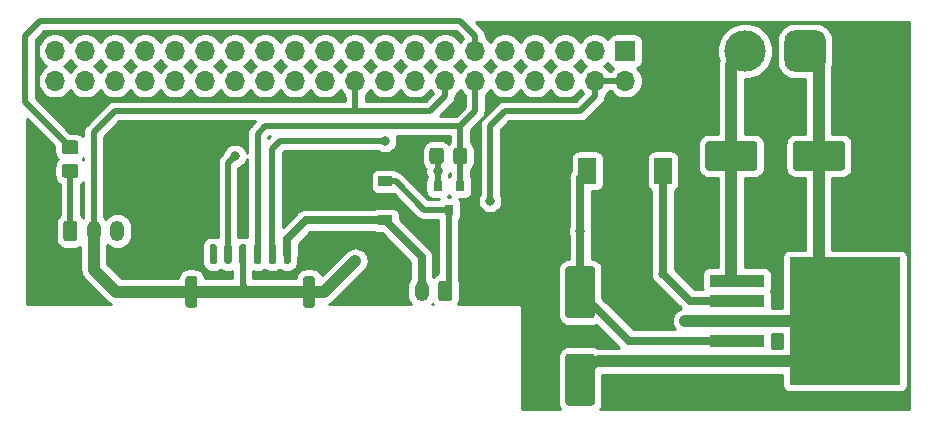
<source format=gbr>
%TF.GenerationSoftware,KiCad,Pcbnew,5.1.7*%
%TF.CreationDate,2020-11-04T07:04:29+03:00*%
%TF.ProjectId,rpi2_hls_lfcd2,72706932-5f68-46c7-935f-6c666364322e,rev?*%
%TF.SameCoordinates,Original*%
%TF.FileFunction,Copper,L1,Top*%
%TF.FilePolarity,Positive*%
%FSLAX46Y46*%
G04 Gerber Fmt 4.6, Leading zero omitted, Abs format (unit mm)*
G04 Created by KiCad (PCBNEW 5.1.7) date 2020-11-04 07:04:29*
%MOMM*%
%LPD*%
G01*
G04 APERTURE LIST*
%TA.AperFunction,ComponentPad*%
%ADD10C,3.500000*%
%TD*%
%TA.AperFunction,ComponentPad*%
%ADD11O,1.200000X1.750000*%
%TD*%
%TA.AperFunction,ComponentPad*%
%ADD12O,1.700000X1.700000*%
%TD*%
%TA.AperFunction,ComponentPad*%
%ADD13R,1.700000X1.700000*%
%TD*%
%TA.AperFunction,SMDPad,CuDef*%
%ADD14R,9.400000X10.800000*%
%TD*%
%TA.AperFunction,SMDPad,CuDef*%
%ADD15R,4.600000X1.100000*%
%TD*%
%TA.AperFunction,SMDPad,CuDef*%
%ADD16R,0.800000X0.900000*%
%TD*%
%TA.AperFunction,SMDPad,CuDef*%
%ADD17R,1.500000X2.200000*%
%TD*%
%TA.AperFunction,SMDPad,CuDef*%
%ADD18R,1.200000X0.900000*%
%TD*%
%TA.AperFunction,ViaPad*%
%ADD19C,0.800000*%
%TD*%
%TA.AperFunction,Conductor*%
%ADD20C,1.000000*%
%TD*%
%TA.AperFunction,Conductor*%
%ADD21C,0.250000*%
%TD*%
%TA.AperFunction,Conductor*%
%ADD22C,0.500000*%
%TD*%
%TA.AperFunction,Conductor*%
%ADD23C,0.700000*%
%TD*%
%TA.AperFunction,NonConductor*%
%ADD24C,0.254000*%
%TD*%
%TA.AperFunction,NonConductor*%
%ADD25C,0.100000*%
%TD*%
G04 APERTURE END LIST*
D10*
%TO.P,J4,2*%
%TO.N,+12V*%
X203200000Y-71120000D03*
%TO.P,J4,1*%
%TO.N,GND*%
%TA.AperFunction,ComponentPad*%
G36*
G01*
X210030000Y-70245000D02*
X210030000Y-71995000D01*
G75*
G02*
X209155000Y-72870000I-875000J0D01*
G01*
X207405000Y-72870000D01*
G75*
G02*
X206530000Y-71995000I0J875000D01*
G01*
X206530000Y-70245000D01*
G75*
G02*
X207405000Y-69370000I875000J0D01*
G01*
X209155000Y-69370000D01*
G75*
G02*
X210030000Y-70245000I0J-875000D01*
G01*
G37*
%TD.AperFunction*%
%TD*%
D11*
%TO.P,J3,2*%
%TO.N,+5VP*%
X175800000Y-91440000D03*
%TO.P,J3,1*%
%TO.N,Net-(D3-Pad2)*%
%TA.AperFunction,ComponentPad*%
G36*
G01*
X178400000Y-90814999D02*
X178400000Y-92065001D01*
G75*
G02*
X178150001Y-92315000I-249999J0D01*
G01*
X177449999Y-92315000D01*
G75*
G02*
X177200000Y-92065001I0J249999D01*
G01*
X177200000Y-90814999D01*
G75*
G02*
X177449999Y-90565000I249999J0D01*
G01*
X178150001Y-90565000D01*
G75*
G02*
X178400000Y-90814999I0J-249999D01*
G01*
G37*
%TD.AperFunction*%
%TD*%
%TO.P,J2,3*%
%TO.N,+5V*%
X150050000Y-86360000D03*
%TO.P,J2,2*%
%TO.N,GND*%
X148050000Y-86360000D03*
%TO.P,J2,1*%
%TO.N,Net-(J2-Pad1)*%
%TA.AperFunction,ComponentPad*%
G36*
G01*
X145450000Y-86985001D02*
X145450000Y-85734999D01*
G75*
G02*
X145699999Y-85485000I249999J0D01*
G01*
X146400001Y-85485000D01*
G75*
G02*
X146650000Y-85734999I0J-249999D01*
G01*
X146650000Y-86985001D01*
G75*
G02*
X146400001Y-87235000I-249999J0D01*
G01*
X145699999Y-87235000D01*
G75*
G02*
X145450000Y-86985001I0J249999D01*
G01*
G37*
%TD.AperFunction*%
%TD*%
%TO.P,C2,2*%
%TO.N,GND*%
%TA.AperFunction,SMDPad,CuDef*%
G36*
G01*
X207240000Y-81010000D02*
X207240000Y-79010000D01*
G75*
G02*
X207490000Y-78760000I250000J0D01*
G01*
X211390000Y-78760000D01*
G75*
G02*
X211640000Y-79010000I0J-250000D01*
G01*
X211640000Y-81010000D01*
G75*
G02*
X211390000Y-81260000I-250000J0D01*
G01*
X207490000Y-81260000D01*
G75*
G02*
X207240000Y-81010000I0J250000D01*
G01*
G37*
%TD.AperFunction*%
%TO.P,C2,1*%
%TO.N,+12V*%
%TA.AperFunction,SMDPad,CuDef*%
G36*
G01*
X199840000Y-81010000D02*
X199840000Y-79010000D01*
G75*
G02*
X200090000Y-78760000I250000J0D01*
G01*
X203990000Y-78760000D01*
G75*
G02*
X204240000Y-79010000I0J-250000D01*
G01*
X204240000Y-81010000D01*
G75*
G02*
X203990000Y-81260000I-250000J0D01*
G01*
X200090000Y-81260000D01*
G75*
G02*
X199840000Y-81010000I0J250000D01*
G01*
G37*
%TD.AperFunction*%
%TD*%
D12*
%TO.P,J1,40*%
%TO.N,Net-(J1-Pad40)*%
X144780000Y-73660000D03*
%TO.P,J1,39*%
%TO.N,Net-(J1-Pad39)*%
X144780000Y-71120000D03*
%TO.P,J1,38*%
%TO.N,Net-(J1-Pad38)*%
X147320000Y-73660000D03*
%TO.P,J1,37*%
%TO.N,Net-(J1-Pad37)*%
X147320000Y-71120000D03*
%TO.P,J1,36*%
%TO.N,Net-(J1-Pad36)*%
X149860000Y-73660000D03*
%TO.P,J1,35*%
%TO.N,Net-(J1-Pad35)*%
X149860000Y-71120000D03*
%TO.P,J1,34*%
%TO.N,Net-(J1-Pad34)*%
X152400000Y-73660000D03*
%TO.P,J1,33*%
%TO.N,Net-(J1-Pad33)*%
X152400000Y-71120000D03*
%TO.P,J1,32*%
%TO.N,Net-(J1-Pad32)*%
X154940000Y-73660000D03*
%TO.P,J1,31*%
%TO.N,Net-(J1-Pad31)*%
X154940000Y-71120000D03*
%TO.P,J1,30*%
%TO.N,Net-(J1-Pad30)*%
X157480000Y-73660000D03*
%TO.P,J1,29*%
%TO.N,Net-(J1-Pad29)*%
X157480000Y-71120000D03*
%TO.P,J1,28*%
%TO.N,Net-(J1-Pad28)*%
X160020000Y-73660000D03*
%TO.P,J1,27*%
%TO.N,Net-(J1-Pad27)*%
X160020000Y-71120000D03*
%TO.P,J1,26*%
%TO.N,Net-(J1-Pad26)*%
X162560000Y-73660000D03*
%TO.P,J1,25*%
%TO.N,Net-(J1-Pad25)*%
X162560000Y-71120000D03*
%TO.P,J1,24*%
%TO.N,Net-(J1-Pad24)*%
X165100000Y-73660000D03*
%TO.P,J1,23*%
%TO.N,Net-(J1-Pad23)*%
X165100000Y-71120000D03*
%TO.P,J1,22*%
%TO.N,Net-(J1-Pad22)*%
X167640000Y-73660000D03*
%TO.P,J1,21*%
%TO.N,Net-(J1-Pad21)*%
X167640000Y-71120000D03*
%TO.P,J1,20*%
%TO.N,GND*%
X170180000Y-73660000D03*
%TO.P,J1,19*%
%TO.N,Net-(J1-Pad19)*%
X170180000Y-71120000D03*
%TO.P,J1,18*%
%TO.N,Net-(J1-Pad18)*%
X172720000Y-73660000D03*
%TO.P,J1,17*%
%TO.N,Net-(J1-Pad17)*%
X172720000Y-71120000D03*
%TO.P,J1,16*%
%TO.N,Net-(J1-Pad16)*%
X175260000Y-73660000D03*
%TO.P,J1,15*%
%TO.N,Net-(J1-Pad15)*%
X175260000Y-71120000D03*
%TO.P,J1,14*%
%TO.N,GND*%
X177800000Y-73660000D03*
%TO.P,J1,13*%
%TO.N,Net-(J1-Pad13)*%
X177800000Y-71120000D03*
%TO.P,J1,12*%
%TO.N,lidar_pwm*%
X180340000Y-73660000D03*
%TO.P,J1,11*%
%TO.N,ir_sig*%
X180340000Y-71120000D03*
%TO.P,J1,10*%
%TO.N,lidar_tx*%
X182880000Y-73660000D03*
%TO.P,J1,9*%
%TO.N,Net-(J1-Pad9)*%
X182880000Y-71120000D03*
%TO.P,J1,8*%
%TO.N,lidar_rx*%
X185420000Y-73660000D03*
%TO.P,J1,7*%
%TO.N,Net-(J1-Pad7)*%
X185420000Y-71120000D03*
%TO.P,J1,6*%
%TO.N,GND*%
X187960000Y-73660000D03*
%TO.P,J1,5*%
%TO.N,Net-(J1-Pad5)*%
X187960000Y-71120000D03*
%TO.P,J1,4*%
%TO.N,+5V*%
X190500000Y-73660000D03*
%TO.P,J1,3*%
%TO.N,Net-(J1-Pad3)*%
X190500000Y-71120000D03*
%TO.P,J1,2*%
%TO.N,+5V*%
X193040000Y-73660000D03*
D13*
%TO.P,J1,1*%
%TO.N,Net-(J1-Pad1)*%
X193040000Y-71120000D03*
%TD*%
D14*
%TO.P,U1,3*%
%TO.N,GND*%
X211655000Y-93980000D03*
D15*
%TO.P,U1,5*%
X202505000Y-97380000D03*
%TO.P,U1,4*%
%TO.N,+5VP*%
X202505000Y-95680000D03*
%TO.P,U1,3*%
%TO.N,GND*%
X202505000Y-93980000D03*
%TO.P,U1,2*%
%TO.N,Net-(D2-Pad1)*%
X202505000Y-92280000D03*
%TO.P,U1,1*%
%TO.N,+12V*%
X202505000Y-90580000D03*
%TD*%
%TO.P,R2,2*%
%TO.N,Net-(J2-Pad1)*%
%TA.AperFunction,SMDPad,CuDef*%
G36*
G01*
X145599999Y-80680000D02*
X146500001Y-80680000D01*
G75*
G02*
X146750000Y-80929999I0J-249999D01*
G01*
X146750000Y-81630001D01*
G75*
G02*
X146500001Y-81880000I-249999J0D01*
G01*
X145599999Y-81880000D01*
G75*
G02*
X145350000Y-81630001I0J249999D01*
G01*
X145350000Y-80929999D01*
G75*
G02*
X145599999Y-80680000I249999J0D01*
G01*
G37*
%TD.AperFunction*%
%TO.P,R2,1*%
%TO.N,ir_sig*%
%TA.AperFunction,SMDPad,CuDef*%
G36*
G01*
X145599999Y-78680000D02*
X146500001Y-78680000D01*
G75*
G02*
X146750000Y-78929999I0J-249999D01*
G01*
X146750000Y-79630001D01*
G75*
G02*
X146500001Y-79880000I-249999J0D01*
G01*
X145599999Y-79880000D01*
G75*
G02*
X145350000Y-79630001I0J249999D01*
G01*
X145350000Y-78929999D01*
G75*
G02*
X145599999Y-78680000I249999J0D01*
G01*
G37*
%TD.AperFunction*%
%TD*%
%TO.P,R1,2*%
%TO.N,lidar_pwm*%
%TA.AperFunction,SMDPad,CuDef*%
G36*
G01*
X178470000Y-80460001D02*
X178470000Y-79559999D01*
G75*
G02*
X178719999Y-79310000I249999J0D01*
G01*
X179420001Y-79310000D01*
G75*
G02*
X179670000Y-79559999I0J-249999D01*
G01*
X179670000Y-80460001D01*
G75*
G02*
X179420001Y-80710000I-249999J0D01*
G01*
X178719999Y-80710000D01*
G75*
G02*
X178470000Y-80460001I0J249999D01*
G01*
G37*
%TD.AperFunction*%
%TO.P,R1,1*%
%TO.N,GND*%
%TA.AperFunction,SMDPad,CuDef*%
G36*
G01*
X176470000Y-80460001D02*
X176470000Y-79559999D01*
G75*
G02*
X176719999Y-79310000I249999J0D01*
G01*
X177420001Y-79310000D01*
G75*
G02*
X177670000Y-79559999I0J-249999D01*
G01*
X177670000Y-80460001D01*
G75*
G02*
X177420001Y-80710000I-249999J0D01*
G01*
X176719999Y-80710000D01*
G75*
G02*
X176470000Y-80460001I0J249999D01*
G01*
G37*
%TD.AperFunction*%
%TD*%
D16*
%TO.P,Q1,3*%
%TO.N,Net-(D3-Pad2)*%
X178120000Y-84550000D03*
%TO.P,Q1,2*%
%TO.N,GND*%
X177170000Y-82550000D03*
%TO.P,Q1,1*%
%TO.N,lidar_pwm*%
X179070000Y-82550000D03*
%TD*%
D17*
%TO.P,L1,2*%
%TO.N,+5VP*%
X189840000Y-81280000D03*
%TO.P,L1,1*%
%TO.N,Net-(D2-Pad1)*%
X196240000Y-81280000D03*
%TD*%
D18*
%TO.P,D3,2*%
%TO.N,Net-(D3-Pad2)*%
X172720000Y-82170000D03*
%TO.P,D3,1*%
%TO.N,+5VP*%
X172720000Y-85470000D03*
%TD*%
%TO.P,D1,MP*%
%TO.N,GND*%
%TA.AperFunction,SMDPad,CuDef*%
G36*
G01*
X165765000Y-92620000D02*
X165765000Y-90420000D01*
G75*
G02*
X166015000Y-90170000I250000J0D01*
G01*
X166515000Y-90170000D01*
G75*
G02*
X166765000Y-90420000I0J-250000D01*
G01*
X166765000Y-92620000D01*
G75*
G02*
X166515000Y-92870000I-250000J0D01*
G01*
X166015000Y-92870000D01*
G75*
G02*
X165765000Y-92620000I0J250000D01*
G01*
G37*
%TD.AperFunction*%
%TA.AperFunction,SMDPad,CuDef*%
G36*
G01*
X155815000Y-92620000D02*
X155815000Y-90420000D01*
G75*
G02*
X156065000Y-90170000I250000J0D01*
G01*
X156565000Y-90170000D01*
G75*
G02*
X156815000Y-90420000I0J-250000D01*
G01*
X156815000Y-92620000D01*
G75*
G02*
X156565000Y-92870000I-250000J0D01*
G01*
X156065000Y-92870000D01*
G75*
G02*
X155815000Y-92620000I0J250000D01*
G01*
G37*
%TD.AperFunction*%
%TO.P,D1,6*%
%TO.N,+5VP*%
%TA.AperFunction,SMDPad,CuDef*%
G36*
G01*
X164115000Y-89020000D02*
X164115000Y-87620000D01*
G75*
G02*
X164265000Y-87470000I150000J0D01*
G01*
X164565000Y-87470000D01*
G75*
G02*
X164715000Y-87620000I0J-150000D01*
G01*
X164715000Y-89020000D01*
G75*
G02*
X164565000Y-89170000I-150000J0D01*
G01*
X164265000Y-89170000D01*
G75*
G02*
X164115000Y-89020000I0J150000D01*
G01*
G37*
%TD.AperFunction*%
%TO.P,D1,5*%
%TO.N,lidar_tx*%
%TA.AperFunction,SMDPad,CuDef*%
G36*
G01*
X162865000Y-89020000D02*
X162865000Y-87620000D01*
G75*
G02*
X163015000Y-87470000I150000J0D01*
G01*
X163315000Y-87470000D01*
G75*
G02*
X163465000Y-87620000I0J-150000D01*
G01*
X163465000Y-89020000D01*
G75*
G02*
X163315000Y-89170000I-150000J0D01*
G01*
X163015000Y-89170000D01*
G75*
G02*
X162865000Y-89020000I0J150000D01*
G01*
G37*
%TD.AperFunction*%
%TO.P,D1,4*%
%TO.N,lidar_pwm*%
%TA.AperFunction,SMDPad,CuDef*%
G36*
G01*
X161615000Y-89020000D02*
X161615000Y-87620000D01*
G75*
G02*
X161765000Y-87470000I150000J0D01*
G01*
X162065000Y-87470000D01*
G75*
G02*
X162215000Y-87620000I0J-150000D01*
G01*
X162215000Y-89020000D01*
G75*
G02*
X162065000Y-89170000I-150000J0D01*
G01*
X161765000Y-89170000D01*
G75*
G02*
X161615000Y-89020000I0J150000D01*
G01*
G37*
%TD.AperFunction*%
%TO.P,D1,3*%
%TO.N,GND*%
%TA.AperFunction,SMDPad,CuDef*%
G36*
G01*
X160365000Y-89020000D02*
X160365000Y-87620000D01*
G75*
G02*
X160515000Y-87470000I150000J0D01*
G01*
X160815000Y-87470000D01*
G75*
G02*
X160965000Y-87620000I0J-150000D01*
G01*
X160965000Y-89020000D01*
G75*
G02*
X160815000Y-89170000I-150000J0D01*
G01*
X160515000Y-89170000D01*
G75*
G02*
X160365000Y-89020000I0J150000D01*
G01*
G37*
%TD.AperFunction*%
%TO.P,D1,2*%
%TO.N,lidar_rx*%
%TA.AperFunction,SMDPad,CuDef*%
G36*
G01*
X159115000Y-89020000D02*
X159115000Y-87620000D01*
G75*
G02*
X159265000Y-87470000I150000J0D01*
G01*
X159565000Y-87470000D01*
G75*
G02*
X159715000Y-87620000I0J-150000D01*
G01*
X159715000Y-89020000D01*
G75*
G02*
X159565000Y-89170000I-150000J0D01*
G01*
X159265000Y-89170000D01*
G75*
G02*
X159115000Y-89020000I0J150000D01*
G01*
G37*
%TD.AperFunction*%
%TO.P,D1,1*%
%TO.N,Net-(D1-Pad1)*%
%TA.AperFunction,SMDPad,CuDef*%
G36*
G01*
X157865000Y-89020000D02*
X157865000Y-87620000D01*
G75*
G02*
X158015000Y-87470000I150000J0D01*
G01*
X158315000Y-87470000D01*
G75*
G02*
X158465000Y-87620000I0J-150000D01*
G01*
X158465000Y-89020000D01*
G75*
G02*
X158315000Y-89170000I-150000J0D01*
G01*
X158015000Y-89170000D01*
G75*
G02*
X157865000Y-89020000I0J150000D01*
G01*
G37*
%TD.AperFunction*%
%TD*%
%TO.P,C1,2*%
%TO.N,GND*%
%TA.AperFunction,SMDPad,CuDef*%
G36*
G01*
X188230000Y-96750000D02*
X190230000Y-96750000D01*
G75*
G02*
X190480000Y-97000000I0J-250000D01*
G01*
X190480000Y-100900000D01*
G75*
G02*
X190230000Y-101150000I-250000J0D01*
G01*
X188230000Y-101150000D01*
G75*
G02*
X187980000Y-100900000I0J250000D01*
G01*
X187980000Y-97000000D01*
G75*
G02*
X188230000Y-96750000I250000J0D01*
G01*
G37*
%TD.AperFunction*%
%TO.P,C1,1*%
%TO.N,+5VP*%
%TA.AperFunction,SMDPad,CuDef*%
G36*
G01*
X188230000Y-89350000D02*
X190230000Y-89350000D01*
G75*
G02*
X190480000Y-89600000I0J-250000D01*
G01*
X190480000Y-93500000D01*
G75*
G02*
X190230000Y-93750000I-250000J0D01*
G01*
X188230000Y-93750000D01*
G75*
G02*
X187980000Y-93500000I0J250000D01*
G01*
X187980000Y-89600000D01*
G75*
G02*
X188230000Y-89350000I250000J0D01*
G01*
G37*
%TD.AperFunction*%
%TD*%
D19*
%TO.N,GND*%
X177165000Y-81280000D03*
X198120000Y-93980000D03*
X170180000Y-88900000D03*
%TO.N,+5VP*%
X189230000Y-86360000D03*
%TO.N,lidar_tx*%
X172720000Y-78740000D03*
%TO.N,lidar_rx*%
X160020000Y-80010000D03*
%TO.N,Net-(D2-Pad1)*%
X196240000Y-89970000D03*
%TO.N,+5V*%
X181610000Y-83820000D03*
%TD*%
D20*
%TO.N,GND*%
X202505000Y-93980000D02*
X211655000Y-93980000D01*
X208255000Y-97380000D02*
X202505000Y-97380000D01*
D21*
X211655000Y-93980000D02*
X208255000Y-97380000D01*
D22*
X170180000Y-73660000D02*
X170180000Y-74930000D01*
X170180000Y-74930000D02*
X170149999Y-74960001D01*
X177800000Y-73660000D02*
X177800000Y-74930000D01*
X177800000Y-74930000D02*
X176530000Y-76200000D01*
X176530000Y-76200000D02*
X170180000Y-76200000D01*
X170180000Y-76200000D02*
X170180000Y-74930000D01*
X209440000Y-72280000D02*
X208280000Y-71120000D01*
D20*
X209440000Y-80010000D02*
X209440000Y-72280000D01*
D22*
X209440000Y-91765000D02*
X211655000Y-93980000D01*
D20*
X209440000Y-80010000D02*
X209440000Y-91765000D01*
D22*
X177170000Y-80110000D02*
X177070000Y-80010000D01*
X177170000Y-82550000D02*
X177170000Y-81910000D01*
X149860000Y-76200000D02*
X170180000Y-76200000D01*
X177170000Y-81285000D02*
X177165000Y-81280000D01*
X177170000Y-81910000D02*
X177170000Y-81285000D01*
X177170000Y-81285000D02*
X177170000Y-80110000D01*
X148050000Y-78010000D02*
X149860000Y-76200000D01*
X148050000Y-86360000D02*
X148050000Y-78010000D01*
D20*
X202505000Y-93980000D02*
X198120000Y-93980000D01*
D22*
X190800000Y-97380000D02*
X189230000Y-98950000D01*
D20*
X202505000Y-97380000D02*
X190800000Y-97380000D01*
X166265000Y-91520000D02*
X167560000Y-91520000D01*
X167560000Y-91520000D02*
X170180000Y-88900000D01*
D22*
X160665000Y-90975000D02*
X161210000Y-91520000D01*
X160665000Y-88320000D02*
X160665000Y-90975000D01*
D20*
X161210000Y-91520000D02*
X156315000Y-91520000D01*
X166265000Y-91520000D02*
X161210000Y-91520000D01*
X148050000Y-86360000D02*
X148050000Y-89630000D01*
X149940000Y-91520000D02*
X156315000Y-91520000D01*
X148050000Y-89630000D02*
X149940000Y-91520000D01*
D23*
%TO.N,+5VP*%
X175800000Y-88550000D02*
X172720000Y-85470000D01*
X175800000Y-91440000D02*
X175800000Y-88550000D01*
X172720000Y-85470000D02*
X165990000Y-85470000D01*
X164415000Y-87045000D02*
X164415000Y-88320000D01*
X165990000Y-85470000D02*
X164415000Y-87045000D01*
X193360000Y-95680000D02*
X189230000Y-91550000D01*
X202505000Y-95680000D02*
X193360000Y-95680000D01*
X189230000Y-91550000D02*
X189230000Y-86360000D01*
X189230000Y-81890000D02*
X189840000Y-81280000D01*
X189230000Y-86360000D02*
X189230000Y-81890000D01*
D22*
%TO.N,+12V*%
X202040000Y-72280000D02*
X203200000Y-71120000D01*
D20*
X202040000Y-80010000D02*
X202040000Y-72280000D01*
D22*
X202040000Y-90115000D02*
X202505000Y-90580000D01*
D20*
X202040000Y-80010000D02*
X202040000Y-90115000D01*
D22*
%TO.N,lidar_tx*%
X163830000Y-78740000D02*
X172720000Y-78740000D01*
X163165000Y-79405000D02*
X163830000Y-78740000D01*
X163165000Y-80675000D02*
X163165000Y-88320000D01*
X163165000Y-79405000D02*
X163165000Y-80675000D01*
%TO.N,lidar_pwm*%
X180340000Y-73660000D02*
X180340000Y-74930000D01*
X177800000Y-77470000D02*
X177800000Y-77470000D01*
X179070000Y-77470000D02*
X180340000Y-76200000D01*
X180340000Y-76200000D02*
X180340000Y-74930000D01*
X179070000Y-80010000D02*
X179070000Y-77470000D01*
X179070000Y-82550000D02*
X179070000Y-80010000D01*
X161915000Y-78115000D02*
X161915000Y-88320000D01*
X162560000Y-77470000D02*
X161915000Y-78115000D01*
X179070000Y-77470000D02*
X162560000Y-77470000D01*
%TO.N,lidar_rx*%
X159415000Y-80615000D02*
X159415000Y-88320000D01*
X160020000Y-80010000D02*
X159415000Y-80615000D01*
D23*
%TO.N,Net-(D2-Pad1)*%
X196240000Y-89970000D02*
X198550000Y-92280000D01*
X196240000Y-81280000D02*
X196240000Y-89970000D01*
X202505000Y-92280000D02*
X198550000Y-92280000D01*
D22*
%TO.N,Net-(D3-Pad2)*%
X178120000Y-84550000D02*
X175990000Y-84550000D01*
X173610000Y-82170000D02*
X172720000Y-82170000D01*
X175990000Y-84550000D02*
X173610000Y-82170000D01*
X178120000Y-91120000D02*
X177800000Y-91440000D01*
X178120000Y-84550000D02*
X178120000Y-91120000D01*
%TO.N,ir_sig*%
X142240000Y-75470000D02*
X146050000Y-79280000D01*
X142240000Y-69850000D02*
X142240000Y-75470000D01*
X143510000Y-68580000D02*
X142240000Y-69850000D01*
X180340000Y-69850000D02*
X179070000Y-68580000D01*
X179070000Y-68580000D02*
X143510000Y-68580000D01*
X180340000Y-71120000D02*
X180340000Y-69850000D01*
%TO.N,+5V*%
X190500000Y-73660000D02*
X193040000Y-73660000D01*
X182880000Y-76200000D02*
X181610000Y-77470000D01*
X189230000Y-76200000D02*
X182880000Y-76200000D01*
X190500000Y-74930000D02*
X189230000Y-76200000D01*
X190500000Y-73660000D02*
X190500000Y-74930000D01*
X181610000Y-77470000D02*
X181610000Y-83820000D01*
%TO.N,Net-(J2-Pad1)*%
X146050000Y-81280000D02*
X146050000Y-86360000D01*
%TD*%
D24*
X217043000Y-101473000D02*
X190903068Y-101473000D01*
X190968405Y-101393386D01*
X191050472Y-101239850D01*
X191101008Y-101073254D01*
X191118072Y-100900000D01*
X191118072Y-98515000D01*
X199952397Y-98515000D01*
X199960820Y-98519502D01*
X200080518Y-98555812D01*
X200205000Y-98568072D01*
X204805000Y-98568072D01*
X204929482Y-98555812D01*
X205049180Y-98519502D01*
X205057603Y-98515000D01*
X206316928Y-98515000D01*
X206316928Y-99380000D01*
X206329188Y-99504482D01*
X206365498Y-99624180D01*
X206424463Y-99734494D01*
X206503815Y-99831185D01*
X206600506Y-99910537D01*
X206710820Y-99969502D01*
X206830518Y-100005812D01*
X206955000Y-100018072D01*
X216355000Y-100018072D01*
X216479482Y-100005812D01*
X216599180Y-99969502D01*
X216709494Y-99910537D01*
X216806185Y-99831185D01*
X216885537Y-99734494D01*
X216944502Y-99624180D01*
X216980812Y-99504482D01*
X216993072Y-99380000D01*
X216993072Y-88580000D01*
X216980812Y-88455518D01*
X216944502Y-88335820D01*
X216885537Y-88225506D01*
X216806185Y-88128815D01*
X216709494Y-88049463D01*
X216599180Y-87990498D01*
X216479482Y-87954188D01*
X216355000Y-87941928D01*
X210575000Y-87941928D01*
X210575000Y-81898072D01*
X211390000Y-81898072D01*
X211563254Y-81881008D01*
X211729850Y-81830472D01*
X211883386Y-81748405D01*
X212017962Y-81637962D01*
X212128405Y-81503386D01*
X212210472Y-81349850D01*
X212261008Y-81183254D01*
X212278072Y-81010000D01*
X212278072Y-79010000D01*
X212261008Y-78836746D01*
X212210472Y-78670150D01*
X212128405Y-78516614D01*
X212017962Y-78382038D01*
X211883386Y-78271595D01*
X211729850Y-78189528D01*
X211563254Y-78138992D01*
X211390000Y-78121928D01*
X210575000Y-78121928D01*
X210575000Y-72501161D01*
X210638999Y-72290186D01*
X210668072Y-71995000D01*
X210668072Y-70245000D01*
X210638999Y-69949814D01*
X210552896Y-69665972D01*
X210413073Y-69404382D01*
X210224903Y-69175097D01*
X209995618Y-68986927D01*
X209734028Y-68847104D01*
X209450186Y-68761001D01*
X209155000Y-68731928D01*
X207405000Y-68731928D01*
X207109814Y-68761001D01*
X206825972Y-68847104D01*
X206564382Y-68986927D01*
X206335097Y-69175097D01*
X206146927Y-69404382D01*
X206007104Y-69665972D01*
X205921001Y-69949814D01*
X205891928Y-70245000D01*
X205891928Y-71995000D01*
X205921001Y-72290186D01*
X206007104Y-72574028D01*
X206146927Y-72835618D01*
X206335097Y-73064903D01*
X206564382Y-73253073D01*
X206825972Y-73392896D01*
X207109814Y-73478999D01*
X207405000Y-73508072D01*
X208305001Y-73508072D01*
X208305000Y-78121928D01*
X207490000Y-78121928D01*
X207316746Y-78138992D01*
X207150150Y-78189528D01*
X206996614Y-78271595D01*
X206862038Y-78382038D01*
X206751595Y-78516614D01*
X206669528Y-78670150D01*
X206618992Y-78836746D01*
X206601928Y-79010000D01*
X206601928Y-81010000D01*
X206618992Y-81183254D01*
X206669528Y-81349850D01*
X206751595Y-81503386D01*
X206862038Y-81637962D01*
X206996614Y-81748405D01*
X207150150Y-81830472D01*
X207316746Y-81881008D01*
X207490000Y-81898072D01*
X208305000Y-81898072D01*
X208305001Y-87941928D01*
X206955000Y-87941928D01*
X206830518Y-87954188D01*
X206710820Y-87990498D01*
X206600506Y-88049463D01*
X206503815Y-88128815D01*
X206424463Y-88225506D01*
X206365498Y-88335820D01*
X206329188Y-88455518D01*
X206316928Y-88580000D01*
X206316928Y-92845000D01*
X205441595Y-92845000D01*
X205443072Y-92830000D01*
X205443072Y-91730000D01*
X205430812Y-91605518D01*
X205394502Y-91485820D01*
X205364665Y-91430000D01*
X205394502Y-91374180D01*
X205430812Y-91254482D01*
X205443072Y-91130000D01*
X205443072Y-90030000D01*
X205430812Y-89905518D01*
X205394502Y-89785820D01*
X205335537Y-89675506D01*
X205256185Y-89578815D01*
X205159494Y-89499463D01*
X205049180Y-89440498D01*
X204929482Y-89404188D01*
X204805000Y-89391928D01*
X203175000Y-89391928D01*
X203175000Y-81898072D01*
X203990000Y-81898072D01*
X204163254Y-81881008D01*
X204329850Y-81830472D01*
X204483386Y-81748405D01*
X204617962Y-81637962D01*
X204728405Y-81503386D01*
X204810472Y-81349850D01*
X204861008Y-81183254D01*
X204878072Y-81010000D01*
X204878072Y-79010000D01*
X204861008Y-78836746D01*
X204810472Y-78670150D01*
X204728405Y-78516614D01*
X204617962Y-78382038D01*
X204483386Y-78271595D01*
X204329850Y-78189528D01*
X204163254Y-78138992D01*
X203990000Y-78121928D01*
X203175000Y-78121928D01*
X203175000Y-73505000D01*
X203434902Y-73505000D01*
X203895679Y-73413346D01*
X204329721Y-73233560D01*
X204720349Y-72972550D01*
X205052550Y-72640349D01*
X205313560Y-72249721D01*
X205493346Y-71815679D01*
X205585000Y-71354902D01*
X205585000Y-70885098D01*
X205493346Y-70424321D01*
X205313560Y-69990279D01*
X205052550Y-69599651D01*
X204720349Y-69267450D01*
X204329721Y-69006440D01*
X203895679Y-68826654D01*
X203434902Y-68735000D01*
X202965098Y-68735000D01*
X202504321Y-68826654D01*
X202070279Y-69006440D01*
X201679651Y-69267450D01*
X201347450Y-69599651D01*
X201086440Y-69990279D01*
X200906654Y-70424321D01*
X200815000Y-70885098D01*
X200815000Y-71354902D01*
X200906654Y-71815679D01*
X200957525Y-71938493D01*
X200921424Y-72057501D01*
X200905001Y-72224248D01*
X200905000Y-78121928D01*
X200090000Y-78121928D01*
X199916746Y-78138992D01*
X199750150Y-78189528D01*
X199596614Y-78271595D01*
X199462038Y-78382038D01*
X199351595Y-78516614D01*
X199269528Y-78670150D01*
X199218992Y-78836746D01*
X199201928Y-79010000D01*
X199201928Y-81010000D01*
X199218992Y-81183254D01*
X199269528Y-81349850D01*
X199351595Y-81503386D01*
X199462038Y-81637962D01*
X199596614Y-81748405D01*
X199750150Y-81830472D01*
X199916746Y-81881008D01*
X200090000Y-81898072D01*
X200905000Y-81898072D01*
X200905001Y-89391928D01*
X200205000Y-89391928D01*
X200080518Y-89404188D01*
X199960820Y-89440498D01*
X199850506Y-89499463D01*
X199753815Y-89578815D01*
X199674463Y-89675506D01*
X199615498Y-89785820D01*
X199579188Y-89905518D01*
X199566928Y-90030000D01*
X199566928Y-91130000D01*
X199579188Y-91254482D01*
X199591479Y-91295000D01*
X198958000Y-91295000D01*
X197225000Y-89562000D01*
X197225000Y-82972287D01*
X197234180Y-82969502D01*
X197344494Y-82910537D01*
X197441185Y-82831185D01*
X197520537Y-82734494D01*
X197579502Y-82624180D01*
X197615812Y-82504482D01*
X197628072Y-82380000D01*
X197628072Y-80180000D01*
X197615812Y-80055518D01*
X197579502Y-79935820D01*
X197520537Y-79825506D01*
X197441185Y-79728815D01*
X197344494Y-79649463D01*
X197234180Y-79590498D01*
X197114482Y-79554188D01*
X196990000Y-79541928D01*
X195490000Y-79541928D01*
X195365518Y-79554188D01*
X195245820Y-79590498D01*
X195135506Y-79649463D01*
X195038815Y-79728815D01*
X194959463Y-79825506D01*
X194900498Y-79935820D01*
X194864188Y-80055518D01*
X194851928Y-80180000D01*
X194851928Y-82380000D01*
X194864188Y-82504482D01*
X194900498Y-82624180D01*
X194959463Y-82734494D01*
X195038815Y-82831185D01*
X195135506Y-82910537D01*
X195245820Y-82969502D01*
X195255000Y-82972287D01*
X195255001Y-89643412D01*
X195244774Y-89668102D01*
X195205000Y-89868061D01*
X195205000Y-90071939D01*
X195244774Y-90271898D01*
X195322795Y-90460256D01*
X195436063Y-90629774D01*
X195580226Y-90773937D01*
X195749744Y-90887205D01*
X195774431Y-90897431D01*
X197775448Y-92898448D01*
X197683553Y-92926324D01*
X197486377Y-93031716D01*
X197313551Y-93173551D01*
X197171716Y-93346377D01*
X197066324Y-93543553D01*
X197001423Y-93757501D01*
X196979509Y-93980000D01*
X197001423Y-94202499D01*
X197066324Y-94416447D01*
X197171716Y-94613623D01*
X197238501Y-94695000D01*
X193768000Y-94695000D01*
X191118072Y-92045072D01*
X191118072Y-89600000D01*
X191101008Y-89426746D01*
X191050472Y-89260150D01*
X190968405Y-89106614D01*
X190857962Y-88972038D01*
X190723386Y-88861595D01*
X190569850Y-88779528D01*
X190403254Y-88728992D01*
X190230000Y-88711928D01*
X190215000Y-88711928D01*
X190215000Y-86686586D01*
X190225226Y-86661898D01*
X190265000Y-86461939D01*
X190265000Y-86258061D01*
X190225226Y-86058102D01*
X190215000Y-86033414D01*
X190215000Y-83018072D01*
X190590000Y-83018072D01*
X190714482Y-83005812D01*
X190834180Y-82969502D01*
X190944494Y-82910537D01*
X191041185Y-82831185D01*
X191120537Y-82734494D01*
X191179502Y-82624180D01*
X191215812Y-82504482D01*
X191228072Y-82380000D01*
X191228072Y-80180000D01*
X191215812Y-80055518D01*
X191179502Y-79935820D01*
X191120537Y-79825506D01*
X191041185Y-79728815D01*
X190944494Y-79649463D01*
X190834180Y-79590498D01*
X190714482Y-79554188D01*
X190590000Y-79541928D01*
X189090000Y-79541928D01*
X188965518Y-79554188D01*
X188845820Y-79590498D01*
X188735506Y-79649463D01*
X188638815Y-79728815D01*
X188559463Y-79825506D01*
X188500498Y-79935820D01*
X188464188Y-80055518D01*
X188451928Y-80180000D01*
X188451928Y-81285421D01*
X188407041Y-81340116D01*
X188366512Y-81415941D01*
X188315576Y-81511234D01*
X188259253Y-81696907D01*
X188240235Y-81890000D01*
X188245001Y-81938390D01*
X188245000Y-86033414D01*
X188234774Y-86058102D01*
X188195000Y-86258061D01*
X188195000Y-86461939D01*
X188234774Y-86661898D01*
X188245001Y-86686588D01*
X188245001Y-88711928D01*
X188230000Y-88711928D01*
X188056746Y-88728992D01*
X187890150Y-88779528D01*
X187736614Y-88861595D01*
X187602038Y-88972038D01*
X187491595Y-89106614D01*
X187409528Y-89260150D01*
X187358992Y-89426746D01*
X187341928Y-89600000D01*
X187341928Y-93500000D01*
X187358992Y-93673254D01*
X187409528Y-93839850D01*
X187491595Y-93993386D01*
X187602038Y-94127962D01*
X187736614Y-94238405D01*
X187890150Y-94320472D01*
X188056746Y-94371008D01*
X188230000Y-94388072D01*
X190230000Y-94388072D01*
X190403254Y-94371008D01*
X190569850Y-94320472D01*
X190594367Y-94307367D01*
X192532000Y-96245000D01*
X190744248Y-96245000D01*
X190700416Y-96249317D01*
X190569850Y-96179528D01*
X190403254Y-96128992D01*
X190230000Y-96111928D01*
X188230000Y-96111928D01*
X188056746Y-96128992D01*
X187890150Y-96179528D01*
X187736614Y-96261595D01*
X187602038Y-96372038D01*
X187491595Y-96506614D01*
X187409528Y-96660150D01*
X187358992Y-96826746D01*
X187341928Y-97000000D01*
X187341928Y-100900000D01*
X187358992Y-101073254D01*
X187409528Y-101239850D01*
X187491595Y-101393386D01*
X187556932Y-101473000D01*
X184277000Y-101473000D01*
X184277000Y-92710000D01*
X184274560Y-92685224D01*
X184267333Y-92661399D01*
X184255597Y-92639443D01*
X184239803Y-92620197D01*
X184220557Y-92604403D01*
X184198601Y-92592667D01*
X184174776Y-92585440D01*
X184150000Y-92583000D01*
X178868206Y-92583000D01*
X178888405Y-92558387D01*
X178970472Y-92404851D01*
X179021008Y-92238255D01*
X179038072Y-92065001D01*
X179038072Y-90814999D01*
X179021008Y-90641745D01*
X179005000Y-90588973D01*
X179005000Y-85409981D01*
X179050537Y-85354494D01*
X179109502Y-85244180D01*
X179145812Y-85124482D01*
X179158072Y-85000000D01*
X179158072Y-84100000D01*
X179145812Y-83975518D01*
X179109502Y-83855820D01*
X179050537Y-83745506D01*
X178971185Y-83648815D01*
X178958095Y-83638072D01*
X179470000Y-83638072D01*
X179594482Y-83625812D01*
X179714180Y-83589502D01*
X179824494Y-83530537D01*
X179921185Y-83451185D01*
X180000537Y-83354494D01*
X180059502Y-83244180D01*
X180095812Y-83124482D01*
X180108072Y-83000000D01*
X180108072Y-82100000D01*
X180095812Y-81975518D01*
X180059502Y-81855820D01*
X180000537Y-81745506D01*
X179955000Y-81690019D01*
X179955000Y-81164254D01*
X180047962Y-81087962D01*
X180158405Y-80953387D01*
X180240472Y-80799851D01*
X180291008Y-80633255D01*
X180308072Y-80460001D01*
X180308072Y-79559999D01*
X180291008Y-79386745D01*
X180240472Y-79220149D01*
X180158405Y-79066613D01*
X180047962Y-78932038D01*
X179955000Y-78855746D01*
X179955000Y-77836578D01*
X180935050Y-76856529D01*
X180968817Y-76828817D01*
X181079411Y-76694059D01*
X181161589Y-76540313D01*
X181212195Y-76373490D01*
X181225000Y-76243477D01*
X181225000Y-76243467D01*
X181229281Y-76200001D01*
X181225000Y-76156535D01*
X181225000Y-74854656D01*
X181286632Y-74813475D01*
X181493475Y-74606632D01*
X181610000Y-74432240D01*
X181726525Y-74606632D01*
X181933368Y-74813475D01*
X182176589Y-74975990D01*
X182446842Y-75087932D01*
X182733740Y-75145000D01*
X183026260Y-75145000D01*
X183313158Y-75087932D01*
X183583411Y-74975990D01*
X183826632Y-74813475D01*
X184033475Y-74606632D01*
X184150000Y-74432240D01*
X184266525Y-74606632D01*
X184473368Y-74813475D01*
X184716589Y-74975990D01*
X184986842Y-75087932D01*
X185273740Y-75145000D01*
X185566260Y-75145000D01*
X185853158Y-75087932D01*
X186123411Y-74975990D01*
X186366632Y-74813475D01*
X186573475Y-74606632D01*
X186690000Y-74432240D01*
X186806525Y-74606632D01*
X187013368Y-74813475D01*
X187256589Y-74975990D01*
X187526842Y-75087932D01*
X187813740Y-75145000D01*
X188106260Y-75145000D01*
X188393158Y-75087932D01*
X188663411Y-74975990D01*
X188906632Y-74813475D01*
X189113475Y-74606632D01*
X189230000Y-74432240D01*
X189346525Y-74606632D01*
X189459157Y-74719264D01*
X188863422Y-75315000D01*
X182923465Y-75315000D01*
X182879999Y-75310719D01*
X182836533Y-75315000D01*
X182836523Y-75315000D01*
X182706510Y-75327805D01*
X182539687Y-75378411D01*
X182385941Y-75460589D01*
X182385939Y-75460590D01*
X182385940Y-75460590D01*
X182284953Y-75543468D01*
X182284951Y-75543470D01*
X182251183Y-75571183D01*
X182223470Y-75604951D01*
X181014956Y-76813466D01*
X180981183Y-76841183D01*
X180870589Y-76975942D01*
X180788411Y-77129688D01*
X180737805Y-77296511D01*
X180725000Y-77426524D01*
X180725000Y-77426531D01*
X180720719Y-77470000D01*
X180725000Y-77513469D01*
X180725001Y-83281544D01*
X180692795Y-83329744D01*
X180614774Y-83518102D01*
X180575000Y-83718061D01*
X180575000Y-83921939D01*
X180614774Y-84121898D01*
X180692795Y-84310256D01*
X180806063Y-84479774D01*
X180950226Y-84623937D01*
X181119744Y-84737205D01*
X181308102Y-84815226D01*
X181508061Y-84855000D01*
X181711939Y-84855000D01*
X181911898Y-84815226D01*
X182100256Y-84737205D01*
X182269774Y-84623937D01*
X182413937Y-84479774D01*
X182527205Y-84310256D01*
X182605226Y-84121898D01*
X182645000Y-83921939D01*
X182645000Y-83718061D01*
X182605226Y-83518102D01*
X182527205Y-83329744D01*
X182495000Y-83281546D01*
X182495000Y-77836578D01*
X183246579Y-77085000D01*
X189186531Y-77085000D01*
X189230000Y-77089281D01*
X189273469Y-77085000D01*
X189273477Y-77085000D01*
X189403490Y-77072195D01*
X189570313Y-77021589D01*
X189724059Y-76939411D01*
X189858817Y-76828817D01*
X189886534Y-76795044D01*
X191095049Y-75586530D01*
X191128817Y-75558817D01*
X191156533Y-75525046D01*
X191239410Y-75424060D01*
X191239411Y-75424059D01*
X191321589Y-75270313D01*
X191372195Y-75103490D01*
X191385000Y-74973477D01*
X191385000Y-74973467D01*
X191389281Y-74930001D01*
X191385000Y-74886535D01*
X191385000Y-74854656D01*
X191446632Y-74813475D01*
X191653475Y-74606632D01*
X191694656Y-74545000D01*
X191845344Y-74545000D01*
X191886525Y-74606632D01*
X192093368Y-74813475D01*
X192336589Y-74975990D01*
X192606842Y-75087932D01*
X192893740Y-75145000D01*
X193186260Y-75145000D01*
X193473158Y-75087932D01*
X193743411Y-74975990D01*
X193986632Y-74813475D01*
X194193475Y-74606632D01*
X194355990Y-74363411D01*
X194467932Y-74093158D01*
X194525000Y-73806260D01*
X194525000Y-73513740D01*
X194467932Y-73226842D01*
X194355990Y-72956589D01*
X194193475Y-72713368D01*
X194061620Y-72581513D01*
X194134180Y-72559502D01*
X194244494Y-72500537D01*
X194341185Y-72421185D01*
X194420537Y-72324494D01*
X194479502Y-72214180D01*
X194515812Y-72094482D01*
X194528072Y-71970000D01*
X194528072Y-70270000D01*
X194515812Y-70145518D01*
X194479502Y-70025820D01*
X194420537Y-69915506D01*
X194341185Y-69818815D01*
X194244494Y-69739463D01*
X194134180Y-69680498D01*
X194014482Y-69644188D01*
X193890000Y-69631928D01*
X192190000Y-69631928D01*
X192065518Y-69644188D01*
X191945820Y-69680498D01*
X191835506Y-69739463D01*
X191738815Y-69818815D01*
X191659463Y-69915506D01*
X191600498Y-70025820D01*
X191578487Y-70098380D01*
X191446632Y-69966525D01*
X191203411Y-69804010D01*
X190933158Y-69692068D01*
X190646260Y-69635000D01*
X190353740Y-69635000D01*
X190066842Y-69692068D01*
X189796589Y-69804010D01*
X189553368Y-69966525D01*
X189346525Y-70173368D01*
X189230000Y-70347760D01*
X189113475Y-70173368D01*
X188906632Y-69966525D01*
X188663411Y-69804010D01*
X188393158Y-69692068D01*
X188106260Y-69635000D01*
X187813740Y-69635000D01*
X187526842Y-69692068D01*
X187256589Y-69804010D01*
X187013368Y-69966525D01*
X186806525Y-70173368D01*
X186690000Y-70347760D01*
X186573475Y-70173368D01*
X186366632Y-69966525D01*
X186123411Y-69804010D01*
X185853158Y-69692068D01*
X185566260Y-69635000D01*
X185273740Y-69635000D01*
X184986842Y-69692068D01*
X184716589Y-69804010D01*
X184473368Y-69966525D01*
X184266525Y-70173368D01*
X184150000Y-70347760D01*
X184033475Y-70173368D01*
X183826632Y-69966525D01*
X183583411Y-69804010D01*
X183313158Y-69692068D01*
X183026260Y-69635000D01*
X182733740Y-69635000D01*
X182446842Y-69692068D01*
X182176589Y-69804010D01*
X181933368Y-69966525D01*
X181726525Y-70173368D01*
X181610000Y-70347760D01*
X181493475Y-70173368D01*
X181286632Y-69966525D01*
X181225000Y-69925344D01*
X181225000Y-69893465D01*
X181229281Y-69849999D01*
X181225000Y-69806533D01*
X181225000Y-69806523D01*
X181212195Y-69676510D01*
X181161589Y-69509687D01*
X181079411Y-69355941D01*
X181006788Y-69267450D01*
X180996532Y-69254953D01*
X180996530Y-69254951D01*
X180968817Y-69221183D01*
X180935049Y-69193470D01*
X180448579Y-68707000D01*
X217043000Y-68707000D01*
X217043000Y-101473000D01*
%TA.AperFunction,NonConductor*%
D25*
G36*
X217043000Y-101473000D02*
G01*
X190903068Y-101473000D01*
X190968405Y-101393386D01*
X191050472Y-101239850D01*
X191101008Y-101073254D01*
X191118072Y-100900000D01*
X191118072Y-98515000D01*
X199952397Y-98515000D01*
X199960820Y-98519502D01*
X200080518Y-98555812D01*
X200205000Y-98568072D01*
X204805000Y-98568072D01*
X204929482Y-98555812D01*
X205049180Y-98519502D01*
X205057603Y-98515000D01*
X206316928Y-98515000D01*
X206316928Y-99380000D01*
X206329188Y-99504482D01*
X206365498Y-99624180D01*
X206424463Y-99734494D01*
X206503815Y-99831185D01*
X206600506Y-99910537D01*
X206710820Y-99969502D01*
X206830518Y-100005812D01*
X206955000Y-100018072D01*
X216355000Y-100018072D01*
X216479482Y-100005812D01*
X216599180Y-99969502D01*
X216709494Y-99910537D01*
X216806185Y-99831185D01*
X216885537Y-99734494D01*
X216944502Y-99624180D01*
X216980812Y-99504482D01*
X216993072Y-99380000D01*
X216993072Y-88580000D01*
X216980812Y-88455518D01*
X216944502Y-88335820D01*
X216885537Y-88225506D01*
X216806185Y-88128815D01*
X216709494Y-88049463D01*
X216599180Y-87990498D01*
X216479482Y-87954188D01*
X216355000Y-87941928D01*
X210575000Y-87941928D01*
X210575000Y-81898072D01*
X211390000Y-81898072D01*
X211563254Y-81881008D01*
X211729850Y-81830472D01*
X211883386Y-81748405D01*
X212017962Y-81637962D01*
X212128405Y-81503386D01*
X212210472Y-81349850D01*
X212261008Y-81183254D01*
X212278072Y-81010000D01*
X212278072Y-79010000D01*
X212261008Y-78836746D01*
X212210472Y-78670150D01*
X212128405Y-78516614D01*
X212017962Y-78382038D01*
X211883386Y-78271595D01*
X211729850Y-78189528D01*
X211563254Y-78138992D01*
X211390000Y-78121928D01*
X210575000Y-78121928D01*
X210575000Y-72501161D01*
X210638999Y-72290186D01*
X210668072Y-71995000D01*
X210668072Y-70245000D01*
X210638999Y-69949814D01*
X210552896Y-69665972D01*
X210413073Y-69404382D01*
X210224903Y-69175097D01*
X209995618Y-68986927D01*
X209734028Y-68847104D01*
X209450186Y-68761001D01*
X209155000Y-68731928D01*
X207405000Y-68731928D01*
X207109814Y-68761001D01*
X206825972Y-68847104D01*
X206564382Y-68986927D01*
X206335097Y-69175097D01*
X206146927Y-69404382D01*
X206007104Y-69665972D01*
X205921001Y-69949814D01*
X205891928Y-70245000D01*
X205891928Y-71995000D01*
X205921001Y-72290186D01*
X206007104Y-72574028D01*
X206146927Y-72835618D01*
X206335097Y-73064903D01*
X206564382Y-73253073D01*
X206825972Y-73392896D01*
X207109814Y-73478999D01*
X207405000Y-73508072D01*
X208305001Y-73508072D01*
X208305000Y-78121928D01*
X207490000Y-78121928D01*
X207316746Y-78138992D01*
X207150150Y-78189528D01*
X206996614Y-78271595D01*
X206862038Y-78382038D01*
X206751595Y-78516614D01*
X206669528Y-78670150D01*
X206618992Y-78836746D01*
X206601928Y-79010000D01*
X206601928Y-81010000D01*
X206618992Y-81183254D01*
X206669528Y-81349850D01*
X206751595Y-81503386D01*
X206862038Y-81637962D01*
X206996614Y-81748405D01*
X207150150Y-81830472D01*
X207316746Y-81881008D01*
X207490000Y-81898072D01*
X208305000Y-81898072D01*
X208305001Y-87941928D01*
X206955000Y-87941928D01*
X206830518Y-87954188D01*
X206710820Y-87990498D01*
X206600506Y-88049463D01*
X206503815Y-88128815D01*
X206424463Y-88225506D01*
X206365498Y-88335820D01*
X206329188Y-88455518D01*
X206316928Y-88580000D01*
X206316928Y-92845000D01*
X205441595Y-92845000D01*
X205443072Y-92830000D01*
X205443072Y-91730000D01*
X205430812Y-91605518D01*
X205394502Y-91485820D01*
X205364665Y-91430000D01*
X205394502Y-91374180D01*
X205430812Y-91254482D01*
X205443072Y-91130000D01*
X205443072Y-90030000D01*
X205430812Y-89905518D01*
X205394502Y-89785820D01*
X205335537Y-89675506D01*
X205256185Y-89578815D01*
X205159494Y-89499463D01*
X205049180Y-89440498D01*
X204929482Y-89404188D01*
X204805000Y-89391928D01*
X203175000Y-89391928D01*
X203175000Y-81898072D01*
X203990000Y-81898072D01*
X204163254Y-81881008D01*
X204329850Y-81830472D01*
X204483386Y-81748405D01*
X204617962Y-81637962D01*
X204728405Y-81503386D01*
X204810472Y-81349850D01*
X204861008Y-81183254D01*
X204878072Y-81010000D01*
X204878072Y-79010000D01*
X204861008Y-78836746D01*
X204810472Y-78670150D01*
X204728405Y-78516614D01*
X204617962Y-78382038D01*
X204483386Y-78271595D01*
X204329850Y-78189528D01*
X204163254Y-78138992D01*
X203990000Y-78121928D01*
X203175000Y-78121928D01*
X203175000Y-73505000D01*
X203434902Y-73505000D01*
X203895679Y-73413346D01*
X204329721Y-73233560D01*
X204720349Y-72972550D01*
X205052550Y-72640349D01*
X205313560Y-72249721D01*
X205493346Y-71815679D01*
X205585000Y-71354902D01*
X205585000Y-70885098D01*
X205493346Y-70424321D01*
X205313560Y-69990279D01*
X205052550Y-69599651D01*
X204720349Y-69267450D01*
X204329721Y-69006440D01*
X203895679Y-68826654D01*
X203434902Y-68735000D01*
X202965098Y-68735000D01*
X202504321Y-68826654D01*
X202070279Y-69006440D01*
X201679651Y-69267450D01*
X201347450Y-69599651D01*
X201086440Y-69990279D01*
X200906654Y-70424321D01*
X200815000Y-70885098D01*
X200815000Y-71354902D01*
X200906654Y-71815679D01*
X200957525Y-71938493D01*
X200921424Y-72057501D01*
X200905001Y-72224248D01*
X200905000Y-78121928D01*
X200090000Y-78121928D01*
X199916746Y-78138992D01*
X199750150Y-78189528D01*
X199596614Y-78271595D01*
X199462038Y-78382038D01*
X199351595Y-78516614D01*
X199269528Y-78670150D01*
X199218992Y-78836746D01*
X199201928Y-79010000D01*
X199201928Y-81010000D01*
X199218992Y-81183254D01*
X199269528Y-81349850D01*
X199351595Y-81503386D01*
X199462038Y-81637962D01*
X199596614Y-81748405D01*
X199750150Y-81830472D01*
X199916746Y-81881008D01*
X200090000Y-81898072D01*
X200905000Y-81898072D01*
X200905001Y-89391928D01*
X200205000Y-89391928D01*
X200080518Y-89404188D01*
X199960820Y-89440498D01*
X199850506Y-89499463D01*
X199753815Y-89578815D01*
X199674463Y-89675506D01*
X199615498Y-89785820D01*
X199579188Y-89905518D01*
X199566928Y-90030000D01*
X199566928Y-91130000D01*
X199579188Y-91254482D01*
X199591479Y-91295000D01*
X198958000Y-91295000D01*
X197225000Y-89562000D01*
X197225000Y-82972287D01*
X197234180Y-82969502D01*
X197344494Y-82910537D01*
X197441185Y-82831185D01*
X197520537Y-82734494D01*
X197579502Y-82624180D01*
X197615812Y-82504482D01*
X197628072Y-82380000D01*
X197628072Y-80180000D01*
X197615812Y-80055518D01*
X197579502Y-79935820D01*
X197520537Y-79825506D01*
X197441185Y-79728815D01*
X197344494Y-79649463D01*
X197234180Y-79590498D01*
X197114482Y-79554188D01*
X196990000Y-79541928D01*
X195490000Y-79541928D01*
X195365518Y-79554188D01*
X195245820Y-79590498D01*
X195135506Y-79649463D01*
X195038815Y-79728815D01*
X194959463Y-79825506D01*
X194900498Y-79935820D01*
X194864188Y-80055518D01*
X194851928Y-80180000D01*
X194851928Y-82380000D01*
X194864188Y-82504482D01*
X194900498Y-82624180D01*
X194959463Y-82734494D01*
X195038815Y-82831185D01*
X195135506Y-82910537D01*
X195245820Y-82969502D01*
X195255000Y-82972287D01*
X195255001Y-89643412D01*
X195244774Y-89668102D01*
X195205000Y-89868061D01*
X195205000Y-90071939D01*
X195244774Y-90271898D01*
X195322795Y-90460256D01*
X195436063Y-90629774D01*
X195580226Y-90773937D01*
X195749744Y-90887205D01*
X195774431Y-90897431D01*
X197775448Y-92898448D01*
X197683553Y-92926324D01*
X197486377Y-93031716D01*
X197313551Y-93173551D01*
X197171716Y-93346377D01*
X197066324Y-93543553D01*
X197001423Y-93757501D01*
X196979509Y-93980000D01*
X197001423Y-94202499D01*
X197066324Y-94416447D01*
X197171716Y-94613623D01*
X197238501Y-94695000D01*
X193768000Y-94695000D01*
X191118072Y-92045072D01*
X191118072Y-89600000D01*
X191101008Y-89426746D01*
X191050472Y-89260150D01*
X190968405Y-89106614D01*
X190857962Y-88972038D01*
X190723386Y-88861595D01*
X190569850Y-88779528D01*
X190403254Y-88728992D01*
X190230000Y-88711928D01*
X190215000Y-88711928D01*
X190215000Y-86686586D01*
X190225226Y-86661898D01*
X190265000Y-86461939D01*
X190265000Y-86258061D01*
X190225226Y-86058102D01*
X190215000Y-86033414D01*
X190215000Y-83018072D01*
X190590000Y-83018072D01*
X190714482Y-83005812D01*
X190834180Y-82969502D01*
X190944494Y-82910537D01*
X191041185Y-82831185D01*
X191120537Y-82734494D01*
X191179502Y-82624180D01*
X191215812Y-82504482D01*
X191228072Y-82380000D01*
X191228072Y-80180000D01*
X191215812Y-80055518D01*
X191179502Y-79935820D01*
X191120537Y-79825506D01*
X191041185Y-79728815D01*
X190944494Y-79649463D01*
X190834180Y-79590498D01*
X190714482Y-79554188D01*
X190590000Y-79541928D01*
X189090000Y-79541928D01*
X188965518Y-79554188D01*
X188845820Y-79590498D01*
X188735506Y-79649463D01*
X188638815Y-79728815D01*
X188559463Y-79825506D01*
X188500498Y-79935820D01*
X188464188Y-80055518D01*
X188451928Y-80180000D01*
X188451928Y-81285421D01*
X188407041Y-81340116D01*
X188366512Y-81415941D01*
X188315576Y-81511234D01*
X188259253Y-81696907D01*
X188240235Y-81890000D01*
X188245001Y-81938390D01*
X188245000Y-86033414D01*
X188234774Y-86058102D01*
X188195000Y-86258061D01*
X188195000Y-86461939D01*
X188234774Y-86661898D01*
X188245001Y-86686588D01*
X188245001Y-88711928D01*
X188230000Y-88711928D01*
X188056746Y-88728992D01*
X187890150Y-88779528D01*
X187736614Y-88861595D01*
X187602038Y-88972038D01*
X187491595Y-89106614D01*
X187409528Y-89260150D01*
X187358992Y-89426746D01*
X187341928Y-89600000D01*
X187341928Y-93500000D01*
X187358992Y-93673254D01*
X187409528Y-93839850D01*
X187491595Y-93993386D01*
X187602038Y-94127962D01*
X187736614Y-94238405D01*
X187890150Y-94320472D01*
X188056746Y-94371008D01*
X188230000Y-94388072D01*
X190230000Y-94388072D01*
X190403254Y-94371008D01*
X190569850Y-94320472D01*
X190594367Y-94307367D01*
X192532000Y-96245000D01*
X190744248Y-96245000D01*
X190700416Y-96249317D01*
X190569850Y-96179528D01*
X190403254Y-96128992D01*
X190230000Y-96111928D01*
X188230000Y-96111928D01*
X188056746Y-96128992D01*
X187890150Y-96179528D01*
X187736614Y-96261595D01*
X187602038Y-96372038D01*
X187491595Y-96506614D01*
X187409528Y-96660150D01*
X187358992Y-96826746D01*
X187341928Y-97000000D01*
X187341928Y-100900000D01*
X187358992Y-101073254D01*
X187409528Y-101239850D01*
X187491595Y-101393386D01*
X187556932Y-101473000D01*
X184277000Y-101473000D01*
X184277000Y-92710000D01*
X184274560Y-92685224D01*
X184267333Y-92661399D01*
X184255597Y-92639443D01*
X184239803Y-92620197D01*
X184220557Y-92604403D01*
X184198601Y-92592667D01*
X184174776Y-92585440D01*
X184150000Y-92583000D01*
X178868206Y-92583000D01*
X178888405Y-92558387D01*
X178970472Y-92404851D01*
X179021008Y-92238255D01*
X179038072Y-92065001D01*
X179038072Y-90814999D01*
X179021008Y-90641745D01*
X179005000Y-90588973D01*
X179005000Y-85409981D01*
X179050537Y-85354494D01*
X179109502Y-85244180D01*
X179145812Y-85124482D01*
X179158072Y-85000000D01*
X179158072Y-84100000D01*
X179145812Y-83975518D01*
X179109502Y-83855820D01*
X179050537Y-83745506D01*
X178971185Y-83648815D01*
X178958095Y-83638072D01*
X179470000Y-83638072D01*
X179594482Y-83625812D01*
X179714180Y-83589502D01*
X179824494Y-83530537D01*
X179921185Y-83451185D01*
X180000537Y-83354494D01*
X180059502Y-83244180D01*
X180095812Y-83124482D01*
X180108072Y-83000000D01*
X180108072Y-82100000D01*
X180095812Y-81975518D01*
X180059502Y-81855820D01*
X180000537Y-81745506D01*
X179955000Y-81690019D01*
X179955000Y-81164254D01*
X180047962Y-81087962D01*
X180158405Y-80953387D01*
X180240472Y-80799851D01*
X180291008Y-80633255D01*
X180308072Y-80460001D01*
X180308072Y-79559999D01*
X180291008Y-79386745D01*
X180240472Y-79220149D01*
X180158405Y-79066613D01*
X180047962Y-78932038D01*
X179955000Y-78855746D01*
X179955000Y-77836578D01*
X180935050Y-76856529D01*
X180968817Y-76828817D01*
X181079411Y-76694059D01*
X181161589Y-76540313D01*
X181212195Y-76373490D01*
X181225000Y-76243477D01*
X181225000Y-76243467D01*
X181229281Y-76200001D01*
X181225000Y-76156535D01*
X181225000Y-74854656D01*
X181286632Y-74813475D01*
X181493475Y-74606632D01*
X181610000Y-74432240D01*
X181726525Y-74606632D01*
X181933368Y-74813475D01*
X182176589Y-74975990D01*
X182446842Y-75087932D01*
X182733740Y-75145000D01*
X183026260Y-75145000D01*
X183313158Y-75087932D01*
X183583411Y-74975990D01*
X183826632Y-74813475D01*
X184033475Y-74606632D01*
X184150000Y-74432240D01*
X184266525Y-74606632D01*
X184473368Y-74813475D01*
X184716589Y-74975990D01*
X184986842Y-75087932D01*
X185273740Y-75145000D01*
X185566260Y-75145000D01*
X185853158Y-75087932D01*
X186123411Y-74975990D01*
X186366632Y-74813475D01*
X186573475Y-74606632D01*
X186690000Y-74432240D01*
X186806525Y-74606632D01*
X187013368Y-74813475D01*
X187256589Y-74975990D01*
X187526842Y-75087932D01*
X187813740Y-75145000D01*
X188106260Y-75145000D01*
X188393158Y-75087932D01*
X188663411Y-74975990D01*
X188906632Y-74813475D01*
X189113475Y-74606632D01*
X189230000Y-74432240D01*
X189346525Y-74606632D01*
X189459157Y-74719264D01*
X188863422Y-75315000D01*
X182923465Y-75315000D01*
X182879999Y-75310719D01*
X182836533Y-75315000D01*
X182836523Y-75315000D01*
X182706510Y-75327805D01*
X182539687Y-75378411D01*
X182385941Y-75460589D01*
X182385939Y-75460590D01*
X182385940Y-75460590D01*
X182284953Y-75543468D01*
X182284951Y-75543470D01*
X182251183Y-75571183D01*
X182223470Y-75604951D01*
X181014956Y-76813466D01*
X180981183Y-76841183D01*
X180870589Y-76975942D01*
X180788411Y-77129688D01*
X180737805Y-77296511D01*
X180725000Y-77426524D01*
X180725000Y-77426531D01*
X180720719Y-77470000D01*
X180725000Y-77513469D01*
X180725001Y-83281544D01*
X180692795Y-83329744D01*
X180614774Y-83518102D01*
X180575000Y-83718061D01*
X180575000Y-83921939D01*
X180614774Y-84121898D01*
X180692795Y-84310256D01*
X180806063Y-84479774D01*
X180950226Y-84623937D01*
X181119744Y-84737205D01*
X181308102Y-84815226D01*
X181508061Y-84855000D01*
X181711939Y-84855000D01*
X181911898Y-84815226D01*
X182100256Y-84737205D01*
X182269774Y-84623937D01*
X182413937Y-84479774D01*
X182527205Y-84310256D01*
X182605226Y-84121898D01*
X182645000Y-83921939D01*
X182645000Y-83718061D01*
X182605226Y-83518102D01*
X182527205Y-83329744D01*
X182495000Y-83281546D01*
X182495000Y-77836578D01*
X183246579Y-77085000D01*
X189186531Y-77085000D01*
X189230000Y-77089281D01*
X189273469Y-77085000D01*
X189273477Y-77085000D01*
X189403490Y-77072195D01*
X189570313Y-77021589D01*
X189724059Y-76939411D01*
X189858817Y-76828817D01*
X189886534Y-76795044D01*
X191095049Y-75586530D01*
X191128817Y-75558817D01*
X191156533Y-75525046D01*
X191239410Y-75424060D01*
X191239411Y-75424059D01*
X191321589Y-75270313D01*
X191372195Y-75103490D01*
X191385000Y-74973477D01*
X191385000Y-74973467D01*
X191389281Y-74930001D01*
X191385000Y-74886535D01*
X191385000Y-74854656D01*
X191446632Y-74813475D01*
X191653475Y-74606632D01*
X191694656Y-74545000D01*
X191845344Y-74545000D01*
X191886525Y-74606632D01*
X192093368Y-74813475D01*
X192336589Y-74975990D01*
X192606842Y-75087932D01*
X192893740Y-75145000D01*
X193186260Y-75145000D01*
X193473158Y-75087932D01*
X193743411Y-74975990D01*
X193986632Y-74813475D01*
X194193475Y-74606632D01*
X194355990Y-74363411D01*
X194467932Y-74093158D01*
X194525000Y-73806260D01*
X194525000Y-73513740D01*
X194467932Y-73226842D01*
X194355990Y-72956589D01*
X194193475Y-72713368D01*
X194061620Y-72581513D01*
X194134180Y-72559502D01*
X194244494Y-72500537D01*
X194341185Y-72421185D01*
X194420537Y-72324494D01*
X194479502Y-72214180D01*
X194515812Y-72094482D01*
X194528072Y-71970000D01*
X194528072Y-70270000D01*
X194515812Y-70145518D01*
X194479502Y-70025820D01*
X194420537Y-69915506D01*
X194341185Y-69818815D01*
X194244494Y-69739463D01*
X194134180Y-69680498D01*
X194014482Y-69644188D01*
X193890000Y-69631928D01*
X192190000Y-69631928D01*
X192065518Y-69644188D01*
X191945820Y-69680498D01*
X191835506Y-69739463D01*
X191738815Y-69818815D01*
X191659463Y-69915506D01*
X191600498Y-70025820D01*
X191578487Y-70098380D01*
X191446632Y-69966525D01*
X191203411Y-69804010D01*
X190933158Y-69692068D01*
X190646260Y-69635000D01*
X190353740Y-69635000D01*
X190066842Y-69692068D01*
X189796589Y-69804010D01*
X189553368Y-69966525D01*
X189346525Y-70173368D01*
X189230000Y-70347760D01*
X189113475Y-70173368D01*
X188906632Y-69966525D01*
X188663411Y-69804010D01*
X188393158Y-69692068D01*
X188106260Y-69635000D01*
X187813740Y-69635000D01*
X187526842Y-69692068D01*
X187256589Y-69804010D01*
X187013368Y-69966525D01*
X186806525Y-70173368D01*
X186690000Y-70347760D01*
X186573475Y-70173368D01*
X186366632Y-69966525D01*
X186123411Y-69804010D01*
X185853158Y-69692068D01*
X185566260Y-69635000D01*
X185273740Y-69635000D01*
X184986842Y-69692068D01*
X184716589Y-69804010D01*
X184473368Y-69966525D01*
X184266525Y-70173368D01*
X184150000Y-70347760D01*
X184033475Y-70173368D01*
X183826632Y-69966525D01*
X183583411Y-69804010D01*
X183313158Y-69692068D01*
X183026260Y-69635000D01*
X182733740Y-69635000D01*
X182446842Y-69692068D01*
X182176589Y-69804010D01*
X181933368Y-69966525D01*
X181726525Y-70173368D01*
X181610000Y-70347760D01*
X181493475Y-70173368D01*
X181286632Y-69966525D01*
X181225000Y-69925344D01*
X181225000Y-69893465D01*
X181229281Y-69849999D01*
X181225000Y-69806533D01*
X181225000Y-69806523D01*
X181212195Y-69676510D01*
X181161589Y-69509687D01*
X181079411Y-69355941D01*
X181006788Y-69267450D01*
X180996532Y-69254953D01*
X180996530Y-69254951D01*
X180968817Y-69221183D01*
X180935049Y-69193470D01*
X180448579Y-68707000D01*
X217043000Y-68707000D01*
X217043000Y-101473000D01*
G37*
%TD.AperFunction*%
D24*
X206316928Y-96245000D02*
X205441595Y-96245000D01*
X205443072Y-96230000D01*
X205443072Y-95130000D01*
X205441595Y-95115000D01*
X206316928Y-95115000D01*
X206316928Y-96245000D01*
%TA.AperFunction,NonConductor*%
D25*
G36*
X206316928Y-96245000D02*
G01*
X205441595Y-96245000D01*
X205443072Y-96230000D01*
X205443072Y-95130000D01*
X205441595Y-95115000D01*
X206316928Y-95115000D01*
X206316928Y-96245000D01*
G37*
%TD.AperFunction*%
D24*
X144711928Y-79193507D02*
X144711928Y-79630001D01*
X144728992Y-79803255D01*
X144779528Y-79969851D01*
X144861595Y-80123387D01*
X144972038Y-80257962D01*
X144998891Y-80280000D01*
X144972038Y-80302038D01*
X144861595Y-80436613D01*
X144779528Y-80590149D01*
X144728992Y-80756745D01*
X144711928Y-80929999D01*
X144711928Y-81630001D01*
X144728992Y-81803255D01*
X144779528Y-81969851D01*
X144861595Y-82123387D01*
X144972038Y-82257962D01*
X145106613Y-82368405D01*
X145165000Y-82399614D01*
X145165001Y-85030745D01*
X145072038Y-85107038D01*
X144961595Y-85241613D01*
X144879528Y-85395149D01*
X144828992Y-85561745D01*
X144811928Y-85734999D01*
X144811928Y-86985001D01*
X144828992Y-87158255D01*
X144879528Y-87324851D01*
X144961595Y-87478387D01*
X145072038Y-87612962D01*
X145206613Y-87723405D01*
X145360149Y-87805472D01*
X145526745Y-87856008D01*
X145699999Y-87873072D01*
X146400001Y-87873072D01*
X146573255Y-87856008D01*
X146739851Y-87805472D01*
X146893387Y-87723405D01*
X146915000Y-87705667D01*
X146915001Y-89574239D01*
X146909509Y-89630000D01*
X146931423Y-89852498D01*
X146996324Y-90066446D01*
X147022277Y-90115000D01*
X147101717Y-90263623D01*
X147243552Y-90436449D01*
X147286860Y-90471991D01*
X149098013Y-92283146D01*
X149133551Y-92326449D01*
X149176854Y-92361987D01*
X149176856Y-92361989D01*
X149306377Y-92468284D01*
X149503553Y-92573676D01*
X149534290Y-92583000D01*
X142367000Y-92583000D01*
X142367000Y-76848579D01*
X144711928Y-79193507D01*
%TA.AperFunction,NonConductor*%
D25*
G36*
X144711928Y-79193507D02*
G01*
X144711928Y-79630001D01*
X144728992Y-79803255D01*
X144779528Y-79969851D01*
X144861595Y-80123387D01*
X144972038Y-80257962D01*
X144998891Y-80280000D01*
X144972038Y-80302038D01*
X144861595Y-80436613D01*
X144779528Y-80590149D01*
X144728992Y-80756745D01*
X144711928Y-80929999D01*
X144711928Y-81630001D01*
X144728992Y-81803255D01*
X144779528Y-81969851D01*
X144861595Y-82123387D01*
X144972038Y-82257962D01*
X145106613Y-82368405D01*
X145165000Y-82399614D01*
X145165001Y-85030745D01*
X145072038Y-85107038D01*
X144961595Y-85241613D01*
X144879528Y-85395149D01*
X144828992Y-85561745D01*
X144811928Y-85734999D01*
X144811928Y-86985001D01*
X144828992Y-87158255D01*
X144879528Y-87324851D01*
X144961595Y-87478387D01*
X145072038Y-87612962D01*
X145206613Y-87723405D01*
X145360149Y-87805472D01*
X145526745Y-87856008D01*
X145699999Y-87873072D01*
X146400001Y-87873072D01*
X146573255Y-87856008D01*
X146739851Y-87805472D01*
X146893387Y-87723405D01*
X146915000Y-87705667D01*
X146915001Y-89574239D01*
X146909509Y-89630000D01*
X146931423Y-89852498D01*
X146996324Y-90066446D01*
X147022277Y-90115000D01*
X147101717Y-90263623D01*
X147243552Y-90436449D01*
X147286860Y-90471991D01*
X149098013Y-92283146D01*
X149133551Y-92326449D01*
X149176854Y-92361987D01*
X149176856Y-92361989D01*
X149306377Y-92468284D01*
X149503553Y-92573676D01*
X149534290Y-92583000D01*
X142367000Y-92583000D01*
X142367000Y-76848579D01*
X144711928Y-79193507D01*
G37*
%TD.AperFunction*%
D24*
X176711595Y-92558387D02*
X176731794Y-92583000D01*
X176685300Y-92583000D01*
X176709191Y-92553889D01*
X176711595Y-92558387D01*
%TA.AperFunction,NonConductor*%
D25*
G36*
X176711595Y-92558387D02*
G01*
X176731794Y-92583000D01*
X176685300Y-92583000D01*
X176709191Y-92553889D01*
X176711595Y-92558387D01*
G37*
%TD.AperFunction*%
D24*
X171875820Y-86509502D02*
X171995518Y-86545812D01*
X172120000Y-86558072D01*
X172415072Y-86558072D01*
X174815001Y-88958002D01*
X174815000Y-90418486D01*
X174768168Y-90475551D01*
X174653489Y-90690099D01*
X174582870Y-90922898D01*
X174565000Y-91104335D01*
X174565000Y-91775664D01*
X174582870Y-91957101D01*
X174653489Y-92189900D01*
X174768167Y-92404448D01*
X174914700Y-92583000D01*
X167965710Y-92583000D01*
X167996447Y-92573676D01*
X168193623Y-92468284D01*
X168366449Y-92326449D01*
X168401996Y-92283135D01*
X171021989Y-89663144D01*
X171128284Y-89533623D01*
X171233676Y-89336447D01*
X171298577Y-89122499D01*
X171320491Y-88900000D01*
X171298577Y-88677501D01*
X171233676Y-88463553D01*
X171128284Y-88266377D01*
X170986449Y-88093551D01*
X170813623Y-87951716D01*
X170616447Y-87846324D01*
X170402499Y-87781423D01*
X170180000Y-87759509D01*
X169957501Y-87781423D01*
X169743553Y-87846324D01*
X169546377Y-87951716D01*
X169416856Y-88058011D01*
X167349261Y-90125607D01*
X167335472Y-90080150D01*
X167253405Y-89926614D01*
X167142962Y-89792038D01*
X167008386Y-89681595D01*
X166854850Y-89599528D01*
X166688254Y-89548992D01*
X166515000Y-89531928D01*
X166015000Y-89531928D01*
X165841746Y-89548992D01*
X165675150Y-89599528D01*
X165521614Y-89681595D01*
X165387038Y-89792038D01*
X165276595Y-89926614D01*
X165194528Y-90080150D01*
X165143992Y-90246746D01*
X165130375Y-90385000D01*
X161550000Y-90385000D01*
X161550000Y-89774348D01*
X161611255Y-89792929D01*
X161765000Y-89808072D01*
X162065000Y-89808072D01*
X162218745Y-89792929D01*
X162366582Y-89748084D01*
X162502829Y-89675258D01*
X162540000Y-89644753D01*
X162577171Y-89675258D01*
X162713418Y-89748084D01*
X162861255Y-89792929D01*
X163015000Y-89808072D01*
X163315000Y-89808072D01*
X163468745Y-89792929D01*
X163616582Y-89748084D01*
X163752829Y-89675258D01*
X163790000Y-89644753D01*
X163827171Y-89675258D01*
X163963418Y-89748084D01*
X164111255Y-89792929D01*
X164265000Y-89808072D01*
X164565000Y-89808072D01*
X164718745Y-89792929D01*
X164866582Y-89748084D01*
X165002829Y-89675258D01*
X165122251Y-89577251D01*
X165220258Y-89457829D01*
X165293084Y-89321582D01*
X165337929Y-89173745D01*
X165353072Y-89020000D01*
X165353072Y-88620810D01*
X165385747Y-88513094D01*
X165400000Y-88368380D01*
X165400000Y-87453000D01*
X166398000Y-86455000D01*
X171773856Y-86455000D01*
X171875820Y-86509502D01*
%TA.AperFunction,NonConductor*%
D25*
G36*
X171875820Y-86509502D02*
G01*
X171995518Y-86545812D01*
X172120000Y-86558072D01*
X172415072Y-86558072D01*
X174815001Y-88958002D01*
X174815000Y-90418486D01*
X174768168Y-90475551D01*
X174653489Y-90690099D01*
X174582870Y-90922898D01*
X174565000Y-91104335D01*
X174565000Y-91775664D01*
X174582870Y-91957101D01*
X174653489Y-92189900D01*
X174768167Y-92404448D01*
X174914700Y-92583000D01*
X167965710Y-92583000D01*
X167996447Y-92573676D01*
X168193623Y-92468284D01*
X168366449Y-92326449D01*
X168401996Y-92283135D01*
X171021989Y-89663144D01*
X171128284Y-89533623D01*
X171233676Y-89336447D01*
X171298577Y-89122499D01*
X171320491Y-88900000D01*
X171298577Y-88677501D01*
X171233676Y-88463553D01*
X171128284Y-88266377D01*
X170986449Y-88093551D01*
X170813623Y-87951716D01*
X170616447Y-87846324D01*
X170402499Y-87781423D01*
X170180000Y-87759509D01*
X169957501Y-87781423D01*
X169743553Y-87846324D01*
X169546377Y-87951716D01*
X169416856Y-88058011D01*
X167349261Y-90125607D01*
X167335472Y-90080150D01*
X167253405Y-89926614D01*
X167142962Y-89792038D01*
X167008386Y-89681595D01*
X166854850Y-89599528D01*
X166688254Y-89548992D01*
X166515000Y-89531928D01*
X166015000Y-89531928D01*
X165841746Y-89548992D01*
X165675150Y-89599528D01*
X165521614Y-89681595D01*
X165387038Y-89792038D01*
X165276595Y-89926614D01*
X165194528Y-90080150D01*
X165143992Y-90246746D01*
X165130375Y-90385000D01*
X161550000Y-90385000D01*
X161550000Y-89774348D01*
X161611255Y-89792929D01*
X161765000Y-89808072D01*
X162065000Y-89808072D01*
X162218745Y-89792929D01*
X162366582Y-89748084D01*
X162502829Y-89675258D01*
X162540000Y-89644753D01*
X162577171Y-89675258D01*
X162713418Y-89748084D01*
X162861255Y-89792929D01*
X163015000Y-89808072D01*
X163315000Y-89808072D01*
X163468745Y-89792929D01*
X163616582Y-89748084D01*
X163752829Y-89675258D01*
X163790000Y-89644753D01*
X163827171Y-89675258D01*
X163963418Y-89748084D01*
X164111255Y-89792929D01*
X164265000Y-89808072D01*
X164565000Y-89808072D01*
X164718745Y-89792929D01*
X164866582Y-89748084D01*
X165002829Y-89675258D01*
X165122251Y-89577251D01*
X165220258Y-89457829D01*
X165293084Y-89321582D01*
X165337929Y-89173745D01*
X165353072Y-89020000D01*
X165353072Y-88620810D01*
X165385747Y-88513094D01*
X165400000Y-88368380D01*
X165400000Y-87453000D01*
X166398000Y-86455000D01*
X171773856Y-86455000D01*
X171875820Y-86509502D01*
G37*
%TD.AperFunction*%
D24*
X161319956Y-77458466D02*
X161286183Y-77486183D01*
X161175589Y-77620942D01*
X161093411Y-77774688D01*
X161070347Y-77850719D01*
X161044458Y-77936063D01*
X161042805Y-77941511D01*
X161030000Y-78071524D01*
X161030000Y-78071531D01*
X161025719Y-78115000D01*
X161030000Y-78158469D01*
X161030000Y-79782377D01*
X161015226Y-79708102D01*
X160937205Y-79519744D01*
X160823937Y-79350226D01*
X160679774Y-79206063D01*
X160510256Y-79092795D01*
X160321898Y-79014774D01*
X160121939Y-78975000D01*
X159918061Y-78975000D01*
X159718102Y-79014774D01*
X159529744Y-79092795D01*
X159360226Y-79206063D01*
X159216063Y-79350226D01*
X159102795Y-79519744D01*
X159024774Y-79708102D01*
X159013465Y-79764957D01*
X158819956Y-79958466D01*
X158786183Y-79986183D01*
X158675589Y-80120942D01*
X158593411Y-80274688D01*
X158542805Y-80441511D01*
X158530000Y-80571524D01*
X158530000Y-80571531D01*
X158525719Y-80615000D01*
X158530000Y-80658469D01*
X158530001Y-86865652D01*
X158468745Y-86847071D01*
X158315000Y-86831928D01*
X158015000Y-86831928D01*
X157861255Y-86847071D01*
X157713418Y-86891916D01*
X157577171Y-86964742D01*
X157457749Y-87062749D01*
X157359742Y-87182171D01*
X157286916Y-87318418D01*
X157242071Y-87466255D01*
X157226928Y-87620000D01*
X157226928Y-89020000D01*
X157242071Y-89173745D01*
X157286916Y-89321582D01*
X157359742Y-89457829D01*
X157457749Y-89577251D01*
X157577171Y-89675258D01*
X157713418Y-89748084D01*
X157861255Y-89792929D01*
X158015000Y-89808072D01*
X158315000Y-89808072D01*
X158468745Y-89792929D01*
X158616582Y-89748084D01*
X158752829Y-89675258D01*
X158790000Y-89644753D01*
X158827171Y-89675258D01*
X158963418Y-89748084D01*
X159111255Y-89792929D01*
X159265000Y-89808072D01*
X159565000Y-89808072D01*
X159718745Y-89792929D01*
X159780001Y-89774348D01*
X159780001Y-90385000D01*
X157449625Y-90385000D01*
X157436008Y-90246746D01*
X157385472Y-90080150D01*
X157303405Y-89926614D01*
X157192962Y-89792038D01*
X157058386Y-89681595D01*
X156904850Y-89599528D01*
X156738254Y-89548992D01*
X156565000Y-89531928D01*
X156065000Y-89531928D01*
X155891746Y-89548992D01*
X155725150Y-89599528D01*
X155571614Y-89681595D01*
X155437038Y-89792038D01*
X155326595Y-89926614D01*
X155244528Y-90080150D01*
X155193992Y-90246746D01*
X155180375Y-90385000D01*
X150410133Y-90385000D01*
X149185000Y-89159869D01*
X149185000Y-87522761D01*
X149360552Y-87666833D01*
X149575100Y-87781511D01*
X149807899Y-87852130D01*
X150050000Y-87875975D01*
X150292102Y-87852130D01*
X150524901Y-87781511D01*
X150739449Y-87666833D01*
X150927502Y-87512502D01*
X151081833Y-87324449D01*
X151196511Y-87109900D01*
X151267130Y-86877101D01*
X151285000Y-86695664D01*
X151285000Y-86024335D01*
X151267130Y-85842898D01*
X151196511Y-85610099D01*
X151081833Y-85395551D01*
X150927502Y-85207498D01*
X150739448Y-85053167D01*
X150524900Y-84938489D01*
X150292101Y-84867870D01*
X150050000Y-84844025D01*
X149807898Y-84867870D01*
X149575099Y-84938489D01*
X149360551Y-85053167D01*
X149172498Y-85207498D01*
X149050000Y-85356763D01*
X148935000Y-85216634D01*
X148935000Y-78376578D01*
X150226579Y-77085000D01*
X161693421Y-77085000D01*
X161319956Y-77458466D01*
%TA.AperFunction,NonConductor*%
D25*
G36*
X161319956Y-77458466D02*
G01*
X161286183Y-77486183D01*
X161175589Y-77620942D01*
X161093411Y-77774688D01*
X161070347Y-77850719D01*
X161044458Y-77936063D01*
X161042805Y-77941511D01*
X161030000Y-78071524D01*
X161030000Y-78071531D01*
X161025719Y-78115000D01*
X161030000Y-78158469D01*
X161030000Y-79782377D01*
X161015226Y-79708102D01*
X160937205Y-79519744D01*
X160823937Y-79350226D01*
X160679774Y-79206063D01*
X160510256Y-79092795D01*
X160321898Y-79014774D01*
X160121939Y-78975000D01*
X159918061Y-78975000D01*
X159718102Y-79014774D01*
X159529744Y-79092795D01*
X159360226Y-79206063D01*
X159216063Y-79350226D01*
X159102795Y-79519744D01*
X159024774Y-79708102D01*
X159013465Y-79764957D01*
X158819956Y-79958466D01*
X158786183Y-79986183D01*
X158675589Y-80120942D01*
X158593411Y-80274688D01*
X158542805Y-80441511D01*
X158530000Y-80571524D01*
X158530000Y-80571531D01*
X158525719Y-80615000D01*
X158530000Y-80658469D01*
X158530001Y-86865652D01*
X158468745Y-86847071D01*
X158315000Y-86831928D01*
X158015000Y-86831928D01*
X157861255Y-86847071D01*
X157713418Y-86891916D01*
X157577171Y-86964742D01*
X157457749Y-87062749D01*
X157359742Y-87182171D01*
X157286916Y-87318418D01*
X157242071Y-87466255D01*
X157226928Y-87620000D01*
X157226928Y-89020000D01*
X157242071Y-89173745D01*
X157286916Y-89321582D01*
X157359742Y-89457829D01*
X157457749Y-89577251D01*
X157577171Y-89675258D01*
X157713418Y-89748084D01*
X157861255Y-89792929D01*
X158015000Y-89808072D01*
X158315000Y-89808072D01*
X158468745Y-89792929D01*
X158616582Y-89748084D01*
X158752829Y-89675258D01*
X158790000Y-89644753D01*
X158827171Y-89675258D01*
X158963418Y-89748084D01*
X159111255Y-89792929D01*
X159265000Y-89808072D01*
X159565000Y-89808072D01*
X159718745Y-89792929D01*
X159780001Y-89774348D01*
X159780001Y-90385000D01*
X157449625Y-90385000D01*
X157436008Y-90246746D01*
X157385472Y-90080150D01*
X157303405Y-89926614D01*
X157192962Y-89792038D01*
X157058386Y-89681595D01*
X156904850Y-89599528D01*
X156738254Y-89548992D01*
X156565000Y-89531928D01*
X156065000Y-89531928D01*
X155891746Y-89548992D01*
X155725150Y-89599528D01*
X155571614Y-89681595D01*
X155437038Y-89792038D01*
X155326595Y-89926614D01*
X155244528Y-90080150D01*
X155193992Y-90246746D01*
X155180375Y-90385000D01*
X150410133Y-90385000D01*
X149185000Y-89159869D01*
X149185000Y-87522761D01*
X149360552Y-87666833D01*
X149575100Y-87781511D01*
X149807899Y-87852130D01*
X150050000Y-87875975D01*
X150292102Y-87852130D01*
X150524901Y-87781511D01*
X150739449Y-87666833D01*
X150927502Y-87512502D01*
X151081833Y-87324449D01*
X151196511Y-87109900D01*
X151267130Y-86877101D01*
X151285000Y-86695664D01*
X151285000Y-86024335D01*
X151267130Y-85842898D01*
X151196511Y-85610099D01*
X151081833Y-85395551D01*
X150927502Y-85207498D01*
X150739448Y-85053167D01*
X150524900Y-84938489D01*
X150292101Y-84867870D01*
X150050000Y-84844025D01*
X149807898Y-84867870D01*
X149575099Y-84938489D01*
X149360551Y-85053167D01*
X149172498Y-85207498D01*
X149050000Y-85356763D01*
X148935000Y-85216634D01*
X148935000Y-78376578D01*
X150226579Y-77085000D01*
X161693421Y-77085000D01*
X161319956Y-77458466D01*
G37*
%TD.AperFunction*%
D24*
X178185000Y-78855746D02*
X178092038Y-78932038D01*
X178070000Y-78958891D01*
X178047962Y-78932038D01*
X177913387Y-78821595D01*
X177759851Y-78739528D01*
X177593255Y-78688992D01*
X177420001Y-78671928D01*
X176719999Y-78671928D01*
X176546745Y-78688992D01*
X176380149Y-78739528D01*
X176226613Y-78821595D01*
X176092038Y-78932038D01*
X175981595Y-79066613D01*
X175899528Y-79220149D01*
X175848992Y-79386745D01*
X175831928Y-79559999D01*
X175831928Y-80460001D01*
X175848992Y-80633255D01*
X175899528Y-80799851D01*
X175981595Y-80953387D01*
X176092038Y-81087962D01*
X176140079Y-81127389D01*
X176130000Y-81178061D01*
X176130000Y-81381939D01*
X176169774Y-81581898D01*
X176238381Y-81747530D01*
X176180498Y-81855820D01*
X176144188Y-81975518D01*
X176131928Y-82100000D01*
X176131928Y-83000000D01*
X176144188Y-83124482D01*
X176180498Y-83244180D01*
X176239463Y-83354494D01*
X176318815Y-83451185D01*
X176415506Y-83530537D01*
X176525820Y-83589502D01*
X176645518Y-83625812D01*
X176770000Y-83638072D01*
X177281905Y-83638072D01*
X177268815Y-83648815D01*
X177255532Y-83665000D01*
X176356579Y-83665000D01*
X174266534Y-81574956D01*
X174238817Y-81541183D01*
X174104059Y-81430589D01*
X173950313Y-81348411D01*
X173798784Y-81302444D01*
X173771185Y-81268815D01*
X173674494Y-81189463D01*
X173564180Y-81130498D01*
X173444482Y-81094188D01*
X173320000Y-81081928D01*
X172120000Y-81081928D01*
X171995518Y-81094188D01*
X171875820Y-81130498D01*
X171765506Y-81189463D01*
X171668815Y-81268815D01*
X171589463Y-81365506D01*
X171530498Y-81475820D01*
X171494188Y-81595518D01*
X171481928Y-81720000D01*
X171481928Y-82620000D01*
X171494188Y-82744482D01*
X171530498Y-82864180D01*
X171589463Y-82974494D01*
X171668815Y-83071185D01*
X171765506Y-83150537D01*
X171875820Y-83209502D01*
X171995518Y-83245812D01*
X172120000Y-83258072D01*
X173320000Y-83258072D01*
X173435153Y-83246731D01*
X175333470Y-85145049D01*
X175361183Y-85178817D01*
X175394951Y-85206530D01*
X175394953Y-85206532D01*
X175437468Y-85241423D01*
X175495941Y-85289411D01*
X175649687Y-85371589D01*
X175816510Y-85422195D01*
X175946523Y-85435000D01*
X175946533Y-85435000D01*
X175989999Y-85439281D01*
X176033465Y-85435000D01*
X177235000Y-85435000D01*
X177235001Y-89956655D01*
X177110149Y-89994528D01*
X176956613Y-90076595D01*
X176822038Y-90187038D01*
X176785000Y-90232169D01*
X176785000Y-88598380D01*
X176789765Y-88550000D01*
X176770747Y-88356906D01*
X176714424Y-88171233D01*
X176622960Y-88000116D01*
X176530710Y-87887709D01*
X176499870Y-87850130D01*
X176462290Y-87819289D01*
X173958072Y-85315072D01*
X173958072Y-85020000D01*
X173945812Y-84895518D01*
X173909502Y-84775820D01*
X173850537Y-84665506D01*
X173771185Y-84568815D01*
X173674494Y-84489463D01*
X173564180Y-84430498D01*
X173444482Y-84394188D01*
X173320000Y-84381928D01*
X172120000Y-84381928D01*
X171995518Y-84394188D01*
X171875820Y-84430498D01*
X171773856Y-84485000D01*
X166038379Y-84485000D01*
X165989999Y-84480235D01*
X165796905Y-84499253D01*
X165753691Y-84512362D01*
X165611233Y-84555576D01*
X165440116Y-84647040D01*
X165290130Y-84770130D01*
X165259284Y-84807716D01*
X164050000Y-86017000D01*
X164050000Y-79771578D01*
X164196579Y-79625000D01*
X172181546Y-79625000D01*
X172229744Y-79657205D01*
X172418102Y-79735226D01*
X172618061Y-79775000D01*
X172821939Y-79775000D01*
X173021898Y-79735226D01*
X173210256Y-79657205D01*
X173379774Y-79543937D01*
X173523937Y-79399774D01*
X173637205Y-79230256D01*
X173715226Y-79041898D01*
X173755000Y-78841939D01*
X173755000Y-78638061D01*
X173715226Y-78438102D01*
X173680804Y-78355000D01*
X178185001Y-78355000D01*
X178185000Y-78855746D01*
%TA.AperFunction,NonConductor*%
D25*
G36*
X178185000Y-78855746D02*
G01*
X178092038Y-78932038D01*
X178070000Y-78958891D01*
X178047962Y-78932038D01*
X177913387Y-78821595D01*
X177759851Y-78739528D01*
X177593255Y-78688992D01*
X177420001Y-78671928D01*
X176719999Y-78671928D01*
X176546745Y-78688992D01*
X176380149Y-78739528D01*
X176226613Y-78821595D01*
X176092038Y-78932038D01*
X175981595Y-79066613D01*
X175899528Y-79220149D01*
X175848992Y-79386745D01*
X175831928Y-79559999D01*
X175831928Y-80460001D01*
X175848992Y-80633255D01*
X175899528Y-80799851D01*
X175981595Y-80953387D01*
X176092038Y-81087962D01*
X176140079Y-81127389D01*
X176130000Y-81178061D01*
X176130000Y-81381939D01*
X176169774Y-81581898D01*
X176238381Y-81747530D01*
X176180498Y-81855820D01*
X176144188Y-81975518D01*
X176131928Y-82100000D01*
X176131928Y-83000000D01*
X176144188Y-83124482D01*
X176180498Y-83244180D01*
X176239463Y-83354494D01*
X176318815Y-83451185D01*
X176415506Y-83530537D01*
X176525820Y-83589502D01*
X176645518Y-83625812D01*
X176770000Y-83638072D01*
X177281905Y-83638072D01*
X177268815Y-83648815D01*
X177255532Y-83665000D01*
X176356579Y-83665000D01*
X174266534Y-81574956D01*
X174238817Y-81541183D01*
X174104059Y-81430589D01*
X173950313Y-81348411D01*
X173798784Y-81302444D01*
X173771185Y-81268815D01*
X173674494Y-81189463D01*
X173564180Y-81130498D01*
X173444482Y-81094188D01*
X173320000Y-81081928D01*
X172120000Y-81081928D01*
X171995518Y-81094188D01*
X171875820Y-81130498D01*
X171765506Y-81189463D01*
X171668815Y-81268815D01*
X171589463Y-81365506D01*
X171530498Y-81475820D01*
X171494188Y-81595518D01*
X171481928Y-81720000D01*
X171481928Y-82620000D01*
X171494188Y-82744482D01*
X171530498Y-82864180D01*
X171589463Y-82974494D01*
X171668815Y-83071185D01*
X171765506Y-83150537D01*
X171875820Y-83209502D01*
X171995518Y-83245812D01*
X172120000Y-83258072D01*
X173320000Y-83258072D01*
X173435153Y-83246731D01*
X175333470Y-85145049D01*
X175361183Y-85178817D01*
X175394951Y-85206530D01*
X175394953Y-85206532D01*
X175437468Y-85241423D01*
X175495941Y-85289411D01*
X175649687Y-85371589D01*
X175816510Y-85422195D01*
X175946523Y-85435000D01*
X175946533Y-85435000D01*
X175989999Y-85439281D01*
X176033465Y-85435000D01*
X177235000Y-85435000D01*
X177235001Y-89956655D01*
X177110149Y-89994528D01*
X176956613Y-90076595D01*
X176822038Y-90187038D01*
X176785000Y-90232169D01*
X176785000Y-88598380D01*
X176789765Y-88550000D01*
X176770747Y-88356906D01*
X176714424Y-88171233D01*
X176622960Y-88000116D01*
X176530710Y-87887709D01*
X176499870Y-87850130D01*
X176462290Y-87819289D01*
X173958072Y-85315072D01*
X173958072Y-85020000D01*
X173945812Y-84895518D01*
X173909502Y-84775820D01*
X173850537Y-84665506D01*
X173771185Y-84568815D01*
X173674494Y-84489463D01*
X173564180Y-84430498D01*
X173444482Y-84394188D01*
X173320000Y-84381928D01*
X172120000Y-84381928D01*
X171995518Y-84394188D01*
X171875820Y-84430498D01*
X171773856Y-84485000D01*
X166038379Y-84485000D01*
X165989999Y-84480235D01*
X165796905Y-84499253D01*
X165753691Y-84512362D01*
X165611233Y-84555576D01*
X165440116Y-84647040D01*
X165290130Y-84770130D01*
X165259284Y-84807716D01*
X164050000Y-86017000D01*
X164050000Y-79771578D01*
X164196579Y-79625000D01*
X172181546Y-79625000D01*
X172229744Y-79657205D01*
X172418102Y-79735226D01*
X172618061Y-79775000D01*
X172821939Y-79775000D01*
X173021898Y-79735226D01*
X173210256Y-79657205D01*
X173379774Y-79543937D01*
X173523937Y-79399774D01*
X173637205Y-79230256D01*
X173715226Y-79041898D01*
X173755000Y-78841939D01*
X173755000Y-78638061D01*
X173715226Y-78438102D01*
X173680804Y-78355000D01*
X178185001Y-78355000D01*
X178185000Y-78855746D01*
G37*
%TD.AperFunction*%
D24*
X161030001Y-86865652D02*
X160968745Y-86847071D01*
X160815000Y-86831928D01*
X160515000Y-86831928D01*
X160361255Y-86847071D01*
X160300000Y-86865652D01*
X160300000Y-81009582D01*
X160321898Y-81005226D01*
X160510256Y-80927205D01*
X160679774Y-80813937D01*
X160823937Y-80669774D01*
X160937205Y-80500256D01*
X161015226Y-80311898D01*
X161030000Y-80237622D01*
X161030001Y-86865652D01*
%TA.AperFunction,NonConductor*%
D25*
G36*
X161030001Y-86865652D02*
G01*
X160968745Y-86847071D01*
X160815000Y-86831928D01*
X160515000Y-86831928D01*
X160361255Y-86847071D01*
X160300000Y-86865652D01*
X160300000Y-81009582D01*
X160321898Y-81005226D01*
X160510256Y-80927205D01*
X160679774Y-80813937D01*
X160823937Y-80669774D01*
X160937205Y-80500256D01*
X161015226Y-80311898D01*
X161030000Y-80237622D01*
X161030001Y-86865652D01*
G37*
%TD.AperFunction*%
D24*
X147165000Y-85216634D02*
X147140809Y-85246111D01*
X147138405Y-85241613D01*
X147027962Y-85107038D01*
X146935000Y-85030746D01*
X146935000Y-82399614D01*
X146993387Y-82368405D01*
X147127962Y-82257962D01*
X147165000Y-82212831D01*
X147165000Y-85216634D01*
%TA.AperFunction,NonConductor*%
D25*
G36*
X147165000Y-85216634D02*
G01*
X147140809Y-85246111D01*
X147138405Y-85241613D01*
X147027962Y-85107038D01*
X146935000Y-85030746D01*
X146935000Y-82399614D01*
X146993387Y-82368405D01*
X147127962Y-82257962D01*
X147165000Y-82212831D01*
X147165000Y-85216634D01*
G37*
%TD.AperFunction*%
D24*
X178139463Y-83354494D02*
X178218815Y-83451185D01*
X178231905Y-83461928D01*
X178008095Y-83461928D01*
X178021185Y-83451185D01*
X178100537Y-83354494D01*
X178120000Y-83318082D01*
X178139463Y-83354494D01*
%TA.AperFunction,NonConductor*%
D25*
G36*
X178139463Y-83354494D02*
G01*
X178218815Y-83451185D01*
X178231905Y-83461928D01*
X178008095Y-83461928D01*
X178021185Y-83451185D01*
X178100537Y-83354494D01*
X178120000Y-83318082D01*
X178139463Y-83354494D01*
G37*
%TD.AperFunction*%
D24*
X178185000Y-81690018D02*
X178139463Y-81745506D01*
X178120000Y-81781918D01*
X178100537Y-81745506D01*
X178095167Y-81738963D01*
X178160226Y-81581898D01*
X178185000Y-81457348D01*
X178185000Y-81690018D01*
%TA.AperFunction,NonConductor*%
D25*
G36*
X178185000Y-81690018D02*
G01*
X178139463Y-81745506D01*
X178120000Y-81781918D01*
X178100537Y-81745506D01*
X178095167Y-81738963D01*
X178160226Y-81581898D01*
X178185000Y-81457348D01*
X178185000Y-81690018D01*
G37*
%TD.AperFunction*%
D24*
X147165001Y-80347170D02*
X147127962Y-80302038D01*
X147101109Y-80280000D01*
X147127962Y-80257962D01*
X147165001Y-80212830D01*
X147165001Y-80347170D01*
%TA.AperFunction,NonConductor*%
D25*
G36*
X147165001Y-80347170D02*
G01*
X147127962Y-80302038D01*
X147101109Y-80280000D01*
X147127962Y-80257962D01*
X147165001Y-80212830D01*
X147165001Y-80347170D01*
G37*
%TD.AperFunction*%
D24*
X162800000Y-78518422D02*
X162800000Y-78481578D01*
X162926579Y-78355000D01*
X162963421Y-78355000D01*
X162800000Y-78518422D01*
%TA.AperFunction,NonConductor*%
D25*
G36*
X162800000Y-78518422D02*
G01*
X162800000Y-78481578D01*
X162926579Y-78355000D01*
X162963421Y-78355000D01*
X162800000Y-78518422D01*
G37*
%TD.AperFunction*%
D24*
X179299157Y-70060736D02*
X179186525Y-70173368D01*
X179070000Y-70347760D01*
X178953475Y-70173368D01*
X178746632Y-69966525D01*
X178503411Y-69804010D01*
X178233158Y-69692068D01*
X177946260Y-69635000D01*
X177653740Y-69635000D01*
X177366842Y-69692068D01*
X177096589Y-69804010D01*
X176853368Y-69966525D01*
X176646525Y-70173368D01*
X176530000Y-70347760D01*
X176413475Y-70173368D01*
X176206632Y-69966525D01*
X175963411Y-69804010D01*
X175693158Y-69692068D01*
X175406260Y-69635000D01*
X175113740Y-69635000D01*
X174826842Y-69692068D01*
X174556589Y-69804010D01*
X174313368Y-69966525D01*
X174106525Y-70173368D01*
X173990000Y-70347760D01*
X173873475Y-70173368D01*
X173666632Y-69966525D01*
X173423411Y-69804010D01*
X173153158Y-69692068D01*
X172866260Y-69635000D01*
X172573740Y-69635000D01*
X172286842Y-69692068D01*
X172016589Y-69804010D01*
X171773368Y-69966525D01*
X171566525Y-70173368D01*
X171450000Y-70347760D01*
X171333475Y-70173368D01*
X171126632Y-69966525D01*
X170883411Y-69804010D01*
X170613158Y-69692068D01*
X170326260Y-69635000D01*
X170033740Y-69635000D01*
X169746842Y-69692068D01*
X169476589Y-69804010D01*
X169233368Y-69966525D01*
X169026525Y-70173368D01*
X168910000Y-70347760D01*
X168793475Y-70173368D01*
X168586632Y-69966525D01*
X168343411Y-69804010D01*
X168073158Y-69692068D01*
X167786260Y-69635000D01*
X167493740Y-69635000D01*
X167206842Y-69692068D01*
X166936589Y-69804010D01*
X166693368Y-69966525D01*
X166486525Y-70173368D01*
X166370000Y-70347760D01*
X166253475Y-70173368D01*
X166046632Y-69966525D01*
X165803411Y-69804010D01*
X165533158Y-69692068D01*
X165246260Y-69635000D01*
X164953740Y-69635000D01*
X164666842Y-69692068D01*
X164396589Y-69804010D01*
X164153368Y-69966525D01*
X163946525Y-70173368D01*
X163830000Y-70347760D01*
X163713475Y-70173368D01*
X163506632Y-69966525D01*
X163263411Y-69804010D01*
X162993158Y-69692068D01*
X162706260Y-69635000D01*
X162413740Y-69635000D01*
X162126842Y-69692068D01*
X161856589Y-69804010D01*
X161613368Y-69966525D01*
X161406525Y-70173368D01*
X161290000Y-70347760D01*
X161173475Y-70173368D01*
X160966632Y-69966525D01*
X160723411Y-69804010D01*
X160453158Y-69692068D01*
X160166260Y-69635000D01*
X159873740Y-69635000D01*
X159586842Y-69692068D01*
X159316589Y-69804010D01*
X159073368Y-69966525D01*
X158866525Y-70173368D01*
X158750000Y-70347760D01*
X158633475Y-70173368D01*
X158426632Y-69966525D01*
X158183411Y-69804010D01*
X157913158Y-69692068D01*
X157626260Y-69635000D01*
X157333740Y-69635000D01*
X157046842Y-69692068D01*
X156776589Y-69804010D01*
X156533368Y-69966525D01*
X156326525Y-70173368D01*
X156210000Y-70347760D01*
X156093475Y-70173368D01*
X155886632Y-69966525D01*
X155643411Y-69804010D01*
X155373158Y-69692068D01*
X155086260Y-69635000D01*
X154793740Y-69635000D01*
X154506842Y-69692068D01*
X154236589Y-69804010D01*
X153993368Y-69966525D01*
X153786525Y-70173368D01*
X153670000Y-70347760D01*
X153553475Y-70173368D01*
X153346632Y-69966525D01*
X153103411Y-69804010D01*
X152833158Y-69692068D01*
X152546260Y-69635000D01*
X152253740Y-69635000D01*
X151966842Y-69692068D01*
X151696589Y-69804010D01*
X151453368Y-69966525D01*
X151246525Y-70173368D01*
X151130000Y-70347760D01*
X151013475Y-70173368D01*
X150806632Y-69966525D01*
X150563411Y-69804010D01*
X150293158Y-69692068D01*
X150006260Y-69635000D01*
X149713740Y-69635000D01*
X149426842Y-69692068D01*
X149156589Y-69804010D01*
X148913368Y-69966525D01*
X148706525Y-70173368D01*
X148590000Y-70347760D01*
X148473475Y-70173368D01*
X148266632Y-69966525D01*
X148023411Y-69804010D01*
X147753158Y-69692068D01*
X147466260Y-69635000D01*
X147173740Y-69635000D01*
X146886842Y-69692068D01*
X146616589Y-69804010D01*
X146373368Y-69966525D01*
X146166525Y-70173368D01*
X146050000Y-70347760D01*
X145933475Y-70173368D01*
X145726632Y-69966525D01*
X145483411Y-69804010D01*
X145213158Y-69692068D01*
X144926260Y-69635000D01*
X144633740Y-69635000D01*
X144346842Y-69692068D01*
X144076589Y-69804010D01*
X143833368Y-69966525D01*
X143626525Y-70173368D01*
X143464010Y-70416589D01*
X143352068Y-70686842D01*
X143295000Y-70973740D01*
X143295000Y-71266260D01*
X143352068Y-71553158D01*
X143464010Y-71823411D01*
X143626525Y-72066632D01*
X143833368Y-72273475D01*
X144007760Y-72390000D01*
X143833368Y-72506525D01*
X143626525Y-72713368D01*
X143464010Y-72956589D01*
X143352068Y-73226842D01*
X143295000Y-73513740D01*
X143295000Y-73806260D01*
X143352068Y-74093158D01*
X143464010Y-74363411D01*
X143626525Y-74606632D01*
X143833368Y-74813475D01*
X144076589Y-74975990D01*
X144346842Y-75087932D01*
X144633740Y-75145000D01*
X144926260Y-75145000D01*
X145213158Y-75087932D01*
X145483411Y-74975990D01*
X145726632Y-74813475D01*
X145933475Y-74606632D01*
X146050000Y-74432240D01*
X146166525Y-74606632D01*
X146373368Y-74813475D01*
X146616589Y-74975990D01*
X146886842Y-75087932D01*
X147173740Y-75145000D01*
X147466260Y-75145000D01*
X147753158Y-75087932D01*
X148023411Y-74975990D01*
X148266632Y-74813475D01*
X148473475Y-74606632D01*
X148590000Y-74432240D01*
X148706525Y-74606632D01*
X148913368Y-74813475D01*
X149156589Y-74975990D01*
X149426842Y-75087932D01*
X149713740Y-75145000D01*
X150006260Y-75145000D01*
X150293158Y-75087932D01*
X150563411Y-74975990D01*
X150806632Y-74813475D01*
X151013475Y-74606632D01*
X151130000Y-74432240D01*
X151246525Y-74606632D01*
X151453368Y-74813475D01*
X151696589Y-74975990D01*
X151966842Y-75087932D01*
X152253740Y-75145000D01*
X152546260Y-75145000D01*
X152833158Y-75087932D01*
X153103411Y-74975990D01*
X153346632Y-74813475D01*
X153553475Y-74606632D01*
X153670000Y-74432240D01*
X153786525Y-74606632D01*
X153993368Y-74813475D01*
X154236589Y-74975990D01*
X154506842Y-75087932D01*
X154793740Y-75145000D01*
X155086260Y-75145000D01*
X155373158Y-75087932D01*
X155643411Y-74975990D01*
X155886632Y-74813475D01*
X156093475Y-74606632D01*
X156210000Y-74432240D01*
X156326525Y-74606632D01*
X156533368Y-74813475D01*
X156776589Y-74975990D01*
X157046842Y-75087932D01*
X157333740Y-75145000D01*
X157626260Y-75145000D01*
X157913158Y-75087932D01*
X158183411Y-74975990D01*
X158426632Y-74813475D01*
X158633475Y-74606632D01*
X158750000Y-74432240D01*
X158866525Y-74606632D01*
X159073368Y-74813475D01*
X159316589Y-74975990D01*
X159586842Y-75087932D01*
X159873740Y-75145000D01*
X160166260Y-75145000D01*
X160453158Y-75087932D01*
X160723411Y-74975990D01*
X160966632Y-74813475D01*
X161173475Y-74606632D01*
X161290000Y-74432240D01*
X161406525Y-74606632D01*
X161613368Y-74813475D01*
X161856589Y-74975990D01*
X162126842Y-75087932D01*
X162413740Y-75145000D01*
X162706260Y-75145000D01*
X162993158Y-75087932D01*
X163263411Y-74975990D01*
X163506632Y-74813475D01*
X163713475Y-74606632D01*
X163830000Y-74432240D01*
X163946525Y-74606632D01*
X164153368Y-74813475D01*
X164396589Y-74975990D01*
X164666842Y-75087932D01*
X164953740Y-75145000D01*
X165246260Y-75145000D01*
X165533158Y-75087932D01*
X165803411Y-74975990D01*
X166046632Y-74813475D01*
X166253475Y-74606632D01*
X166370000Y-74432240D01*
X166486525Y-74606632D01*
X166693368Y-74813475D01*
X166936589Y-74975990D01*
X167206842Y-75087932D01*
X167493740Y-75145000D01*
X167786260Y-75145000D01*
X168073158Y-75087932D01*
X168343411Y-74975990D01*
X168586632Y-74813475D01*
X168793475Y-74606632D01*
X168910000Y-74432240D01*
X169026525Y-74606632D01*
X169233368Y-74813475D01*
X169272569Y-74839668D01*
X169260718Y-74960001D01*
X169277804Y-75133491D01*
X169295001Y-75190179D01*
X169295001Y-75315000D01*
X149903469Y-75315000D01*
X149860000Y-75310719D01*
X149816531Y-75315000D01*
X149816523Y-75315000D01*
X149686510Y-75327805D01*
X149519686Y-75378411D01*
X149365941Y-75460589D01*
X149264953Y-75543468D01*
X149264951Y-75543470D01*
X149231183Y-75571183D01*
X149203470Y-75604951D01*
X147454951Y-77353471D01*
X147421184Y-77381183D01*
X147393471Y-77414951D01*
X147393468Y-77414954D01*
X147310590Y-77515941D01*
X147228412Y-77669687D01*
X147177805Y-77836510D01*
X147160719Y-78010000D01*
X147165001Y-78053479D01*
X147165001Y-78347170D01*
X147127962Y-78302038D01*
X146993387Y-78191595D01*
X146839851Y-78109528D01*
X146673255Y-78058992D01*
X146500001Y-78041928D01*
X146063507Y-78041928D01*
X143125000Y-75103422D01*
X143125000Y-70216578D01*
X143876579Y-69465000D01*
X178703422Y-69465000D01*
X179299157Y-70060736D01*
%TA.AperFunction,NonConductor*%
D25*
G36*
X179299157Y-70060736D02*
G01*
X179186525Y-70173368D01*
X179070000Y-70347760D01*
X178953475Y-70173368D01*
X178746632Y-69966525D01*
X178503411Y-69804010D01*
X178233158Y-69692068D01*
X177946260Y-69635000D01*
X177653740Y-69635000D01*
X177366842Y-69692068D01*
X177096589Y-69804010D01*
X176853368Y-69966525D01*
X176646525Y-70173368D01*
X176530000Y-70347760D01*
X176413475Y-70173368D01*
X176206632Y-69966525D01*
X175963411Y-69804010D01*
X175693158Y-69692068D01*
X175406260Y-69635000D01*
X175113740Y-69635000D01*
X174826842Y-69692068D01*
X174556589Y-69804010D01*
X174313368Y-69966525D01*
X174106525Y-70173368D01*
X173990000Y-70347760D01*
X173873475Y-70173368D01*
X173666632Y-69966525D01*
X173423411Y-69804010D01*
X173153158Y-69692068D01*
X172866260Y-69635000D01*
X172573740Y-69635000D01*
X172286842Y-69692068D01*
X172016589Y-69804010D01*
X171773368Y-69966525D01*
X171566525Y-70173368D01*
X171450000Y-70347760D01*
X171333475Y-70173368D01*
X171126632Y-69966525D01*
X170883411Y-69804010D01*
X170613158Y-69692068D01*
X170326260Y-69635000D01*
X170033740Y-69635000D01*
X169746842Y-69692068D01*
X169476589Y-69804010D01*
X169233368Y-69966525D01*
X169026525Y-70173368D01*
X168910000Y-70347760D01*
X168793475Y-70173368D01*
X168586632Y-69966525D01*
X168343411Y-69804010D01*
X168073158Y-69692068D01*
X167786260Y-69635000D01*
X167493740Y-69635000D01*
X167206842Y-69692068D01*
X166936589Y-69804010D01*
X166693368Y-69966525D01*
X166486525Y-70173368D01*
X166370000Y-70347760D01*
X166253475Y-70173368D01*
X166046632Y-69966525D01*
X165803411Y-69804010D01*
X165533158Y-69692068D01*
X165246260Y-69635000D01*
X164953740Y-69635000D01*
X164666842Y-69692068D01*
X164396589Y-69804010D01*
X164153368Y-69966525D01*
X163946525Y-70173368D01*
X163830000Y-70347760D01*
X163713475Y-70173368D01*
X163506632Y-69966525D01*
X163263411Y-69804010D01*
X162993158Y-69692068D01*
X162706260Y-69635000D01*
X162413740Y-69635000D01*
X162126842Y-69692068D01*
X161856589Y-69804010D01*
X161613368Y-69966525D01*
X161406525Y-70173368D01*
X161290000Y-70347760D01*
X161173475Y-70173368D01*
X160966632Y-69966525D01*
X160723411Y-69804010D01*
X160453158Y-69692068D01*
X160166260Y-69635000D01*
X159873740Y-69635000D01*
X159586842Y-69692068D01*
X159316589Y-69804010D01*
X159073368Y-69966525D01*
X158866525Y-70173368D01*
X158750000Y-70347760D01*
X158633475Y-70173368D01*
X158426632Y-69966525D01*
X158183411Y-69804010D01*
X157913158Y-69692068D01*
X157626260Y-69635000D01*
X157333740Y-69635000D01*
X157046842Y-69692068D01*
X156776589Y-69804010D01*
X156533368Y-69966525D01*
X156326525Y-70173368D01*
X156210000Y-70347760D01*
X156093475Y-70173368D01*
X155886632Y-69966525D01*
X155643411Y-69804010D01*
X155373158Y-69692068D01*
X155086260Y-69635000D01*
X154793740Y-69635000D01*
X154506842Y-69692068D01*
X154236589Y-69804010D01*
X153993368Y-69966525D01*
X153786525Y-70173368D01*
X153670000Y-70347760D01*
X153553475Y-70173368D01*
X153346632Y-69966525D01*
X153103411Y-69804010D01*
X152833158Y-69692068D01*
X152546260Y-69635000D01*
X152253740Y-69635000D01*
X151966842Y-69692068D01*
X151696589Y-69804010D01*
X151453368Y-69966525D01*
X151246525Y-70173368D01*
X151130000Y-70347760D01*
X151013475Y-70173368D01*
X150806632Y-69966525D01*
X150563411Y-69804010D01*
X150293158Y-69692068D01*
X150006260Y-69635000D01*
X149713740Y-69635000D01*
X149426842Y-69692068D01*
X149156589Y-69804010D01*
X148913368Y-69966525D01*
X148706525Y-70173368D01*
X148590000Y-70347760D01*
X148473475Y-70173368D01*
X148266632Y-69966525D01*
X148023411Y-69804010D01*
X147753158Y-69692068D01*
X147466260Y-69635000D01*
X147173740Y-69635000D01*
X146886842Y-69692068D01*
X146616589Y-69804010D01*
X146373368Y-69966525D01*
X146166525Y-70173368D01*
X146050000Y-70347760D01*
X145933475Y-70173368D01*
X145726632Y-69966525D01*
X145483411Y-69804010D01*
X145213158Y-69692068D01*
X144926260Y-69635000D01*
X144633740Y-69635000D01*
X144346842Y-69692068D01*
X144076589Y-69804010D01*
X143833368Y-69966525D01*
X143626525Y-70173368D01*
X143464010Y-70416589D01*
X143352068Y-70686842D01*
X143295000Y-70973740D01*
X143295000Y-71266260D01*
X143352068Y-71553158D01*
X143464010Y-71823411D01*
X143626525Y-72066632D01*
X143833368Y-72273475D01*
X144007760Y-72390000D01*
X143833368Y-72506525D01*
X143626525Y-72713368D01*
X143464010Y-72956589D01*
X143352068Y-73226842D01*
X143295000Y-73513740D01*
X143295000Y-73806260D01*
X143352068Y-74093158D01*
X143464010Y-74363411D01*
X143626525Y-74606632D01*
X143833368Y-74813475D01*
X144076589Y-74975990D01*
X144346842Y-75087932D01*
X144633740Y-75145000D01*
X144926260Y-75145000D01*
X145213158Y-75087932D01*
X145483411Y-74975990D01*
X145726632Y-74813475D01*
X145933475Y-74606632D01*
X146050000Y-74432240D01*
X146166525Y-74606632D01*
X146373368Y-74813475D01*
X146616589Y-74975990D01*
X146886842Y-75087932D01*
X147173740Y-75145000D01*
X147466260Y-75145000D01*
X147753158Y-75087932D01*
X148023411Y-74975990D01*
X148266632Y-74813475D01*
X148473475Y-74606632D01*
X148590000Y-74432240D01*
X148706525Y-74606632D01*
X148913368Y-74813475D01*
X149156589Y-74975990D01*
X149426842Y-75087932D01*
X149713740Y-75145000D01*
X150006260Y-75145000D01*
X150293158Y-75087932D01*
X150563411Y-74975990D01*
X150806632Y-74813475D01*
X151013475Y-74606632D01*
X151130000Y-74432240D01*
X151246525Y-74606632D01*
X151453368Y-74813475D01*
X151696589Y-74975990D01*
X151966842Y-75087932D01*
X152253740Y-75145000D01*
X152546260Y-75145000D01*
X152833158Y-75087932D01*
X153103411Y-74975990D01*
X153346632Y-74813475D01*
X153553475Y-74606632D01*
X153670000Y-74432240D01*
X153786525Y-74606632D01*
X153993368Y-74813475D01*
X154236589Y-74975990D01*
X154506842Y-75087932D01*
X154793740Y-75145000D01*
X155086260Y-75145000D01*
X155373158Y-75087932D01*
X155643411Y-74975990D01*
X155886632Y-74813475D01*
X156093475Y-74606632D01*
X156210000Y-74432240D01*
X156326525Y-74606632D01*
X156533368Y-74813475D01*
X156776589Y-74975990D01*
X157046842Y-75087932D01*
X157333740Y-75145000D01*
X157626260Y-75145000D01*
X157913158Y-75087932D01*
X158183411Y-74975990D01*
X158426632Y-74813475D01*
X158633475Y-74606632D01*
X158750000Y-74432240D01*
X158866525Y-74606632D01*
X159073368Y-74813475D01*
X159316589Y-74975990D01*
X159586842Y-75087932D01*
X159873740Y-75145000D01*
X160166260Y-75145000D01*
X160453158Y-75087932D01*
X160723411Y-74975990D01*
X160966632Y-74813475D01*
X161173475Y-74606632D01*
X161290000Y-74432240D01*
X161406525Y-74606632D01*
X161613368Y-74813475D01*
X161856589Y-74975990D01*
X162126842Y-75087932D01*
X162413740Y-75145000D01*
X162706260Y-75145000D01*
X162993158Y-75087932D01*
X163263411Y-74975990D01*
X163506632Y-74813475D01*
X163713475Y-74606632D01*
X163830000Y-74432240D01*
X163946525Y-74606632D01*
X164153368Y-74813475D01*
X164396589Y-74975990D01*
X164666842Y-75087932D01*
X164953740Y-75145000D01*
X165246260Y-75145000D01*
X165533158Y-75087932D01*
X165803411Y-74975990D01*
X166046632Y-74813475D01*
X166253475Y-74606632D01*
X166370000Y-74432240D01*
X166486525Y-74606632D01*
X166693368Y-74813475D01*
X166936589Y-74975990D01*
X167206842Y-75087932D01*
X167493740Y-75145000D01*
X167786260Y-75145000D01*
X168073158Y-75087932D01*
X168343411Y-74975990D01*
X168586632Y-74813475D01*
X168793475Y-74606632D01*
X168910000Y-74432240D01*
X169026525Y-74606632D01*
X169233368Y-74813475D01*
X169272569Y-74839668D01*
X169260718Y-74960001D01*
X169277804Y-75133491D01*
X169295001Y-75190179D01*
X169295001Y-75315000D01*
X149903469Y-75315000D01*
X149860000Y-75310719D01*
X149816531Y-75315000D01*
X149816523Y-75315000D01*
X149686510Y-75327805D01*
X149519686Y-75378411D01*
X149365941Y-75460589D01*
X149264953Y-75543468D01*
X149264951Y-75543470D01*
X149231183Y-75571183D01*
X149203470Y-75604951D01*
X147454951Y-77353471D01*
X147421184Y-77381183D01*
X147393471Y-77414951D01*
X147393468Y-77414954D01*
X147310590Y-77515941D01*
X147228412Y-77669687D01*
X147177805Y-77836510D01*
X147160719Y-78010000D01*
X147165001Y-78053479D01*
X147165001Y-78347170D01*
X147127962Y-78302038D01*
X146993387Y-78191595D01*
X146839851Y-78109528D01*
X146673255Y-78058992D01*
X146500001Y-78041928D01*
X146063507Y-78041928D01*
X143125000Y-75103422D01*
X143125000Y-70216578D01*
X143876579Y-69465000D01*
X178703422Y-69465000D01*
X179299157Y-70060736D01*
G37*
%TD.AperFunction*%
D24*
X179186525Y-74606632D02*
X179393368Y-74813475D01*
X179455001Y-74854657D01*
X179455001Y-74886523D01*
X179455000Y-75833421D01*
X178703422Y-76585000D01*
X177396578Y-76585000D01*
X178395049Y-75586530D01*
X178428817Y-75558817D01*
X178456533Y-75525046D01*
X178539410Y-75424060D01*
X178539411Y-75424059D01*
X178621589Y-75270313D01*
X178672195Y-75103490D01*
X178685000Y-74973477D01*
X178685000Y-74973467D01*
X178689281Y-74930001D01*
X178685000Y-74886535D01*
X178685000Y-74854656D01*
X178746632Y-74813475D01*
X178953475Y-74606632D01*
X179070000Y-74432240D01*
X179186525Y-74606632D01*
%TA.AperFunction,NonConductor*%
D25*
G36*
X179186525Y-74606632D02*
G01*
X179393368Y-74813475D01*
X179455001Y-74854657D01*
X179455001Y-74886523D01*
X179455000Y-75833421D01*
X178703422Y-76585000D01*
X177396578Y-76585000D01*
X178395049Y-75586530D01*
X178428817Y-75558817D01*
X178456533Y-75525046D01*
X178539410Y-75424060D01*
X178539411Y-75424059D01*
X178621589Y-75270313D01*
X178672195Y-75103490D01*
X178685000Y-74973477D01*
X178685000Y-74973467D01*
X178689281Y-74930001D01*
X178685000Y-74886535D01*
X178685000Y-74854656D01*
X178746632Y-74813475D01*
X178953475Y-74606632D01*
X179070000Y-74432240D01*
X179186525Y-74606632D01*
G37*
%TD.AperFunction*%
D24*
X176646525Y-74606632D02*
X176759157Y-74719264D01*
X176163422Y-75315000D01*
X171065000Y-75315000D01*
X171065000Y-74973469D01*
X171069281Y-74930000D01*
X171065000Y-74886531D01*
X171065000Y-74854656D01*
X171126632Y-74813475D01*
X171333475Y-74606632D01*
X171450000Y-74432240D01*
X171566525Y-74606632D01*
X171773368Y-74813475D01*
X172016589Y-74975990D01*
X172286842Y-75087932D01*
X172573740Y-75145000D01*
X172866260Y-75145000D01*
X173153158Y-75087932D01*
X173423411Y-74975990D01*
X173666632Y-74813475D01*
X173873475Y-74606632D01*
X173990000Y-74432240D01*
X174106525Y-74606632D01*
X174313368Y-74813475D01*
X174556589Y-74975990D01*
X174826842Y-75087932D01*
X175113740Y-75145000D01*
X175406260Y-75145000D01*
X175693158Y-75087932D01*
X175963411Y-74975990D01*
X176206632Y-74813475D01*
X176413475Y-74606632D01*
X176530000Y-74432240D01*
X176646525Y-74606632D01*
%TA.AperFunction,NonConductor*%
D25*
G36*
X176646525Y-74606632D02*
G01*
X176759157Y-74719264D01*
X176163422Y-75315000D01*
X171065000Y-75315000D01*
X171065000Y-74973469D01*
X171069281Y-74930000D01*
X171065000Y-74886531D01*
X171065000Y-74854656D01*
X171126632Y-74813475D01*
X171333475Y-74606632D01*
X171450000Y-74432240D01*
X171566525Y-74606632D01*
X171773368Y-74813475D01*
X172016589Y-74975990D01*
X172286842Y-75087932D01*
X172573740Y-75145000D01*
X172866260Y-75145000D01*
X173153158Y-75087932D01*
X173423411Y-74975990D01*
X173666632Y-74813475D01*
X173873475Y-74606632D01*
X173990000Y-74432240D01*
X174106525Y-74606632D01*
X174313368Y-74813475D01*
X174556589Y-74975990D01*
X174826842Y-75087932D01*
X175113740Y-75145000D01*
X175406260Y-75145000D01*
X175693158Y-75087932D01*
X175963411Y-74975990D01*
X176206632Y-74813475D01*
X176413475Y-74606632D01*
X176530000Y-74432240D01*
X176646525Y-74606632D01*
G37*
%TD.AperFunction*%
D24*
X174106525Y-72066632D02*
X174313368Y-72273475D01*
X174487760Y-72390000D01*
X174313368Y-72506525D01*
X174106525Y-72713368D01*
X173990000Y-72887760D01*
X173873475Y-72713368D01*
X173666632Y-72506525D01*
X173492240Y-72390000D01*
X173666632Y-72273475D01*
X173873475Y-72066632D01*
X173990000Y-71892240D01*
X174106525Y-72066632D01*
%TA.AperFunction,NonConductor*%
D25*
G36*
X174106525Y-72066632D02*
G01*
X174313368Y-72273475D01*
X174487760Y-72390000D01*
X174313368Y-72506525D01*
X174106525Y-72713368D01*
X173990000Y-72887760D01*
X173873475Y-72713368D01*
X173666632Y-72506525D01*
X173492240Y-72390000D01*
X173666632Y-72273475D01*
X173873475Y-72066632D01*
X173990000Y-71892240D01*
X174106525Y-72066632D01*
G37*
%TD.AperFunction*%
D24*
X158866525Y-72066632D02*
X159073368Y-72273475D01*
X159247760Y-72390000D01*
X159073368Y-72506525D01*
X158866525Y-72713368D01*
X158750000Y-72887760D01*
X158633475Y-72713368D01*
X158426632Y-72506525D01*
X158252240Y-72390000D01*
X158426632Y-72273475D01*
X158633475Y-72066632D01*
X158750000Y-71892240D01*
X158866525Y-72066632D01*
%TA.AperFunction,NonConductor*%
D25*
G36*
X158866525Y-72066632D02*
G01*
X159073368Y-72273475D01*
X159247760Y-72390000D01*
X159073368Y-72506525D01*
X158866525Y-72713368D01*
X158750000Y-72887760D01*
X158633475Y-72713368D01*
X158426632Y-72506525D01*
X158252240Y-72390000D01*
X158426632Y-72273475D01*
X158633475Y-72066632D01*
X158750000Y-71892240D01*
X158866525Y-72066632D01*
G37*
%TD.AperFunction*%
D24*
X184266525Y-72066632D02*
X184473368Y-72273475D01*
X184647760Y-72390000D01*
X184473368Y-72506525D01*
X184266525Y-72713368D01*
X184150000Y-72887760D01*
X184033475Y-72713368D01*
X183826632Y-72506525D01*
X183652240Y-72390000D01*
X183826632Y-72273475D01*
X184033475Y-72066632D01*
X184150000Y-71892240D01*
X184266525Y-72066632D01*
%TA.AperFunction,NonConductor*%
D25*
G36*
X184266525Y-72066632D02*
G01*
X184473368Y-72273475D01*
X184647760Y-72390000D01*
X184473368Y-72506525D01*
X184266525Y-72713368D01*
X184150000Y-72887760D01*
X184033475Y-72713368D01*
X183826632Y-72506525D01*
X183652240Y-72390000D01*
X183826632Y-72273475D01*
X184033475Y-72066632D01*
X184150000Y-71892240D01*
X184266525Y-72066632D01*
G37*
%TD.AperFunction*%
D24*
X171566525Y-72066632D02*
X171773368Y-72273475D01*
X171947760Y-72390000D01*
X171773368Y-72506525D01*
X171566525Y-72713368D01*
X171450000Y-72887760D01*
X171333475Y-72713368D01*
X171126632Y-72506525D01*
X170952240Y-72390000D01*
X171126632Y-72273475D01*
X171333475Y-72066632D01*
X171450000Y-71892240D01*
X171566525Y-72066632D01*
%TA.AperFunction,NonConductor*%
D25*
G36*
X171566525Y-72066632D02*
G01*
X171773368Y-72273475D01*
X171947760Y-72390000D01*
X171773368Y-72506525D01*
X171566525Y-72713368D01*
X171450000Y-72887760D01*
X171333475Y-72713368D01*
X171126632Y-72506525D01*
X170952240Y-72390000D01*
X171126632Y-72273475D01*
X171333475Y-72066632D01*
X171450000Y-71892240D01*
X171566525Y-72066632D01*
G37*
%TD.AperFunction*%
D24*
X166486525Y-72066632D02*
X166693368Y-72273475D01*
X166867760Y-72390000D01*
X166693368Y-72506525D01*
X166486525Y-72713368D01*
X166370000Y-72887760D01*
X166253475Y-72713368D01*
X166046632Y-72506525D01*
X165872240Y-72390000D01*
X166046632Y-72273475D01*
X166253475Y-72066632D01*
X166370000Y-71892240D01*
X166486525Y-72066632D01*
%TA.AperFunction,NonConductor*%
D25*
G36*
X166486525Y-72066632D02*
G01*
X166693368Y-72273475D01*
X166867760Y-72390000D01*
X166693368Y-72506525D01*
X166486525Y-72713368D01*
X166370000Y-72887760D01*
X166253475Y-72713368D01*
X166046632Y-72506525D01*
X165872240Y-72390000D01*
X166046632Y-72273475D01*
X166253475Y-72066632D01*
X166370000Y-71892240D01*
X166486525Y-72066632D01*
G37*
%TD.AperFunction*%
D24*
X181726525Y-72066632D02*
X181933368Y-72273475D01*
X182107760Y-72390000D01*
X181933368Y-72506525D01*
X181726525Y-72713368D01*
X181610000Y-72887760D01*
X181493475Y-72713368D01*
X181286632Y-72506525D01*
X181112240Y-72390000D01*
X181286632Y-72273475D01*
X181493475Y-72066632D01*
X181610000Y-71892240D01*
X181726525Y-72066632D01*
%TA.AperFunction,NonConductor*%
D25*
G36*
X181726525Y-72066632D02*
G01*
X181933368Y-72273475D01*
X182107760Y-72390000D01*
X181933368Y-72506525D01*
X181726525Y-72713368D01*
X181610000Y-72887760D01*
X181493475Y-72713368D01*
X181286632Y-72506525D01*
X181112240Y-72390000D01*
X181286632Y-72273475D01*
X181493475Y-72066632D01*
X181610000Y-71892240D01*
X181726525Y-72066632D01*
G37*
%TD.AperFunction*%
D24*
X179186525Y-72066632D02*
X179393368Y-72273475D01*
X179567760Y-72390000D01*
X179393368Y-72506525D01*
X179186525Y-72713368D01*
X179070000Y-72887760D01*
X178953475Y-72713368D01*
X178746632Y-72506525D01*
X178572240Y-72390000D01*
X178746632Y-72273475D01*
X178953475Y-72066632D01*
X179070000Y-71892240D01*
X179186525Y-72066632D01*
%TA.AperFunction,NonConductor*%
D25*
G36*
X179186525Y-72066632D02*
G01*
X179393368Y-72273475D01*
X179567760Y-72390000D01*
X179393368Y-72506525D01*
X179186525Y-72713368D01*
X179070000Y-72887760D01*
X178953475Y-72713368D01*
X178746632Y-72506525D01*
X178572240Y-72390000D01*
X178746632Y-72273475D01*
X178953475Y-72066632D01*
X179070000Y-71892240D01*
X179186525Y-72066632D01*
G37*
%TD.AperFunction*%
D24*
X176646525Y-72066632D02*
X176853368Y-72273475D01*
X177027760Y-72390000D01*
X176853368Y-72506525D01*
X176646525Y-72713368D01*
X176530000Y-72887760D01*
X176413475Y-72713368D01*
X176206632Y-72506525D01*
X176032240Y-72390000D01*
X176206632Y-72273475D01*
X176413475Y-72066632D01*
X176530000Y-71892240D01*
X176646525Y-72066632D01*
%TA.AperFunction,NonConductor*%
D25*
G36*
X176646525Y-72066632D02*
G01*
X176853368Y-72273475D01*
X177027760Y-72390000D01*
X176853368Y-72506525D01*
X176646525Y-72713368D01*
X176530000Y-72887760D01*
X176413475Y-72713368D01*
X176206632Y-72506525D01*
X176032240Y-72390000D01*
X176206632Y-72273475D01*
X176413475Y-72066632D01*
X176530000Y-71892240D01*
X176646525Y-72066632D01*
G37*
%TD.AperFunction*%
D24*
X146166525Y-72066632D02*
X146373368Y-72273475D01*
X146547760Y-72390000D01*
X146373368Y-72506525D01*
X146166525Y-72713368D01*
X146050000Y-72887760D01*
X145933475Y-72713368D01*
X145726632Y-72506525D01*
X145552240Y-72390000D01*
X145726632Y-72273475D01*
X145933475Y-72066632D01*
X146050000Y-71892240D01*
X146166525Y-72066632D01*
%TA.AperFunction,NonConductor*%
D25*
G36*
X146166525Y-72066632D02*
G01*
X146373368Y-72273475D01*
X146547760Y-72390000D01*
X146373368Y-72506525D01*
X146166525Y-72713368D01*
X146050000Y-72887760D01*
X145933475Y-72713368D01*
X145726632Y-72506525D01*
X145552240Y-72390000D01*
X145726632Y-72273475D01*
X145933475Y-72066632D01*
X146050000Y-71892240D01*
X146166525Y-72066632D01*
G37*
%TD.AperFunction*%
D24*
X163946525Y-72066632D02*
X164153368Y-72273475D01*
X164327760Y-72390000D01*
X164153368Y-72506525D01*
X163946525Y-72713368D01*
X163830000Y-72887760D01*
X163713475Y-72713368D01*
X163506632Y-72506525D01*
X163332240Y-72390000D01*
X163506632Y-72273475D01*
X163713475Y-72066632D01*
X163830000Y-71892240D01*
X163946525Y-72066632D01*
%TA.AperFunction,NonConductor*%
D25*
G36*
X163946525Y-72066632D02*
G01*
X164153368Y-72273475D01*
X164327760Y-72390000D01*
X164153368Y-72506525D01*
X163946525Y-72713368D01*
X163830000Y-72887760D01*
X163713475Y-72713368D01*
X163506632Y-72506525D01*
X163332240Y-72390000D01*
X163506632Y-72273475D01*
X163713475Y-72066632D01*
X163830000Y-71892240D01*
X163946525Y-72066632D01*
G37*
%TD.AperFunction*%
D24*
X161406525Y-72066632D02*
X161613368Y-72273475D01*
X161787760Y-72390000D01*
X161613368Y-72506525D01*
X161406525Y-72713368D01*
X161290000Y-72887760D01*
X161173475Y-72713368D01*
X160966632Y-72506525D01*
X160792240Y-72390000D01*
X160966632Y-72273475D01*
X161173475Y-72066632D01*
X161290000Y-71892240D01*
X161406525Y-72066632D01*
%TA.AperFunction,NonConductor*%
D25*
G36*
X161406525Y-72066632D02*
G01*
X161613368Y-72273475D01*
X161787760Y-72390000D01*
X161613368Y-72506525D01*
X161406525Y-72713368D01*
X161290000Y-72887760D01*
X161173475Y-72713368D01*
X160966632Y-72506525D01*
X160792240Y-72390000D01*
X160966632Y-72273475D01*
X161173475Y-72066632D01*
X161290000Y-71892240D01*
X161406525Y-72066632D01*
G37*
%TD.AperFunction*%
D24*
X156326525Y-72066632D02*
X156533368Y-72273475D01*
X156707760Y-72390000D01*
X156533368Y-72506525D01*
X156326525Y-72713368D01*
X156210000Y-72887760D01*
X156093475Y-72713368D01*
X155886632Y-72506525D01*
X155712240Y-72390000D01*
X155886632Y-72273475D01*
X156093475Y-72066632D01*
X156210000Y-71892240D01*
X156326525Y-72066632D01*
%TA.AperFunction,NonConductor*%
D25*
G36*
X156326525Y-72066632D02*
G01*
X156533368Y-72273475D01*
X156707760Y-72390000D01*
X156533368Y-72506525D01*
X156326525Y-72713368D01*
X156210000Y-72887760D01*
X156093475Y-72713368D01*
X155886632Y-72506525D01*
X155712240Y-72390000D01*
X155886632Y-72273475D01*
X156093475Y-72066632D01*
X156210000Y-71892240D01*
X156326525Y-72066632D01*
G37*
%TD.AperFunction*%
D24*
X153786525Y-72066632D02*
X153993368Y-72273475D01*
X154167760Y-72390000D01*
X153993368Y-72506525D01*
X153786525Y-72713368D01*
X153670000Y-72887760D01*
X153553475Y-72713368D01*
X153346632Y-72506525D01*
X153172240Y-72390000D01*
X153346632Y-72273475D01*
X153553475Y-72066632D01*
X153670000Y-71892240D01*
X153786525Y-72066632D01*
%TA.AperFunction,NonConductor*%
D25*
G36*
X153786525Y-72066632D02*
G01*
X153993368Y-72273475D01*
X154167760Y-72390000D01*
X153993368Y-72506525D01*
X153786525Y-72713368D01*
X153670000Y-72887760D01*
X153553475Y-72713368D01*
X153346632Y-72506525D01*
X153172240Y-72390000D01*
X153346632Y-72273475D01*
X153553475Y-72066632D01*
X153670000Y-71892240D01*
X153786525Y-72066632D01*
G37*
%TD.AperFunction*%
D24*
X151246525Y-72066632D02*
X151453368Y-72273475D01*
X151627760Y-72390000D01*
X151453368Y-72506525D01*
X151246525Y-72713368D01*
X151130000Y-72887760D01*
X151013475Y-72713368D01*
X150806632Y-72506525D01*
X150632240Y-72390000D01*
X150806632Y-72273475D01*
X151013475Y-72066632D01*
X151130000Y-71892240D01*
X151246525Y-72066632D01*
%TA.AperFunction,NonConductor*%
D25*
G36*
X151246525Y-72066632D02*
G01*
X151453368Y-72273475D01*
X151627760Y-72390000D01*
X151453368Y-72506525D01*
X151246525Y-72713368D01*
X151130000Y-72887760D01*
X151013475Y-72713368D01*
X150806632Y-72506525D01*
X150632240Y-72390000D01*
X150806632Y-72273475D01*
X151013475Y-72066632D01*
X151130000Y-71892240D01*
X151246525Y-72066632D01*
G37*
%TD.AperFunction*%
D24*
X148706525Y-72066632D02*
X148913368Y-72273475D01*
X149087760Y-72390000D01*
X148913368Y-72506525D01*
X148706525Y-72713368D01*
X148590000Y-72887760D01*
X148473475Y-72713368D01*
X148266632Y-72506525D01*
X148092240Y-72390000D01*
X148266632Y-72273475D01*
X148473475Y-72066632D01*
X148590000Y-71892240D01*
X148706525Y-72066632D01*
%TA.AperFunction,NonConductor*%
D25*
G36*
X148706525Y-72066632D02*
G01*
X148913368Y-72273475D01*
X149087760Y-72390000D01*
X148913368Y-72506525D01*
X148706525Y-72713368D01*
X148590000Y-72887760D01*
X148473475Y-72713368D01*
X148266632Y-72506525D01*
X148092240Y-72390000D01*
X148266632Y-72273475D01*
X148473475Y-72066632D01*
X148590000Y-71892240D01*
X148706525Y-72066632D01*
G37*
%TD.AperFunction*%
D24*
X189346525Y-72066632D02*
X189553368Y-72273475D01*
X189727760Y-72390000D01*
X189553368Y-72506525D01*
X189346525Y-72713368D01*
X189230000Y-72887760D01*
X189113475Y-72713368D01*
X188906632Y-72506525D01*
X188732240Y-72390000D01*
X188906632Y-72273475D01*
X189113475Y-72066632D01*
X189230000Y-71892240D01*
X189346525Y-72066632D01*
%TA.AperFunction,NonConductor*%
D25*
G36*
X189346525Y-72066632D02*
G01*
X189553368Y-72273475D01*
X189727760Y-72390000D01*
X189553368Y-72506525D01*
X189346525Y-72713368D01*
X189230000Y-72887760D01*
X189113475Y-72713368D01*
X188906632Y-72506525D01*
X188732240Y-72390000D01*
X188906632Y-72273475D01*
X189113475Y-72066632D01*
X189230000Y-71892240D01*
X189346525Y-72066632D01*
G37*
%TD.AperFunction*%
D24*
X169026525Y-72066632D02*
X169233368Y-72273475D01*
X169407760Y-72390000D01*
X169233368Y-72506525D01*
X169026525Y-72713368D01*
X168910000Y-72887760D01*
X168793475Y-72713368D01*
X168586632Y-72506525D01*
X168412240Y-72390000D01*
X168586632Y-72273475D01*
X168793475Y-72066632D01*
X168910000Y-71892240D01*
X169026525Y-72066632D01*
%TA.AperFunction,NonConductor*%
D25*
G36*
X169026525Y-72066632D02*
G01*
X169233368Y-72273475D01*
X169407760Y-72390000D01*
X169233368Y-72506525D01*
X169026525Y-72713368D01*
X168910000Y-72887760D01*
X168793475Y-72713368D01*
X168586632Y-72506525D01*
X168412240Y-72390000D01*
X168586632Y-72273475D01*
X168793475Y-72066632D01*
X168910000Y-71892240D01*
X169026525Y-72066632D01*
G37*
%TD.AperFunction*%
D24*
X186806525Y-72066632D02*
X187013368Y-72273475D01*
X187187760Y-72390000D01*
X187013368Y-72506525D01*
X186806525Y-72713368D01*
X186690000Y-72887760D01*
X186573475Y-72713368D01*
X186366632Y-72506525D01*
X186192240Y-72390000D01*
X186366632Y-72273475D01*
X186573475Y-72066632D01*
X186690000Y-71892240D01*
X186806525Y-72066632D01*
%TA.AperFunction,NonConductor*%
D25*
G36*
X186806525Y-72066632D02*
G01*
X187013368Y-72273475D01*
X187187760Y-72390000D01*
X187013368Y-72506525D01*
X186806525Y-72713368D01*
X186690000Y-72887760D01*
X186573475Y-72713368D01*
X186366632Y-72506525D01*
X186192240Y-72390000D01*
X186366632Y-72273475D01*
X186573475Y-72066632D01*
X186690000Y-71892240D01*
X186806525Y-72066632D01*
G37*
%TD.AperFunction*%
D24*
X191600498Y-72214180D02*
X191659463Y-72324494D01*
X191738815Y-72421185D01*
X191835506Y-72500537D01*
X191945820Y-72559502D01*
X192018380Y-72581513D01*
X191886525Y-72713368D01*
X191845344Y-72775000D01*
X191694656Y-72775000D01*
X191653475Y-72713368D01*
X191446632Y-72506525D01*
X191272240Y-72390000D01*
X191446632Y-72273475D01*
X191578487Y-72141620D01*
X191600498Y-72214180D01*
%TA.AperFunction,NonConductor*%
D25*
G36*
X191600498Y-72214180D02*
G01*
X191659463Y-72324494D01*
X191738815Y-72421185D01*
X191835506Y-72500537D01*
X191945820Y-72559502D01*
X192018380Y-72581513D01*
X191886525Y-72713368D01*
X191845344Y-72775000D01*
X191694656Y-72775000D01*
X191653475Y-72713368D01*
X191446632Y-72506525D01*
X191272240Y-72390000D01*
X191446632Y-72273475D01*
X191578487Y-72141620D01*
X191600498Y-72214180D01*
G37*
%TD.AperFunction*%
M02*

</source>
